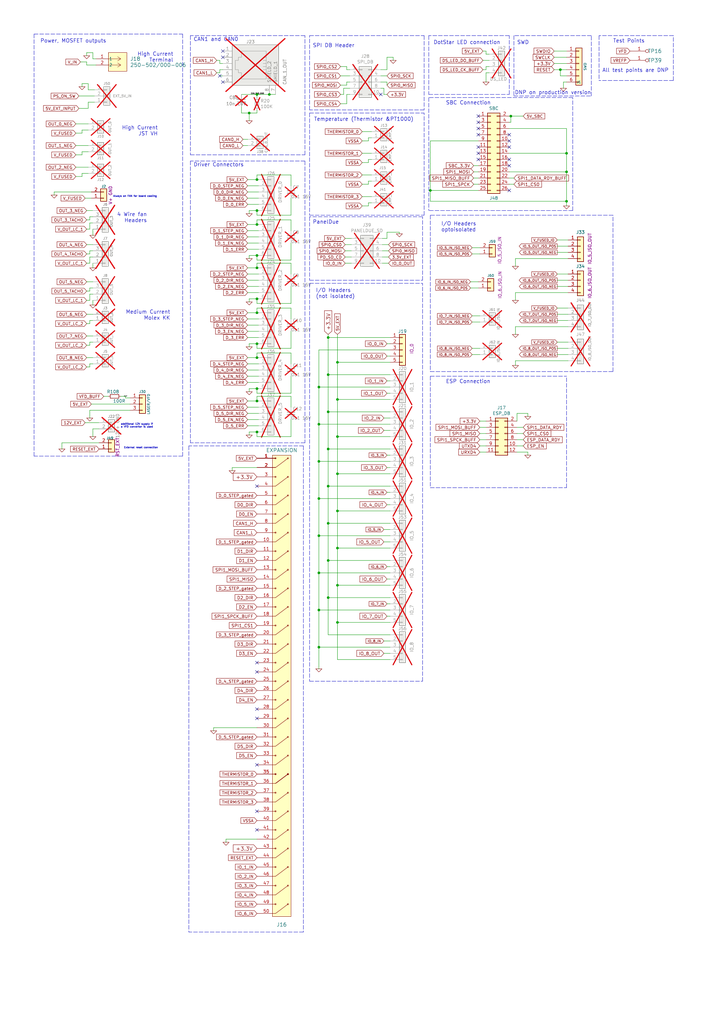
<source format=kicad_sch>
(kicad_sch (version 20250114) (generator "eeschema") (generator_version "9.0")
  (paper "A3" portrait)
  (title_block (title "Duet 3 Main Board 3DP") (date "2023-02-22") (rev "1.5") (company "3DPotter") (comment 1 "(c) 3DPotter"))
  (text "I/O Headers\n(not isolated)" (at 129.54 122.555 0) (effects (font (size 1.524 1.524)) (justify left bottom)))
  (text "Always on FAN for board cooling" (at 46.355 81.026 0) (effects (font (size 0.7112 0.7112)) (justify left bottom)))
  (text "External reset connection" (at 50.8 184.15 0) (effects (font (size 0.7112 0.7112)) (justify left bottom)))
  (text "I/O Headers\noptoisolated" (at 180.975 95.25 0) (effects (font (size 1.524 1.524)) (justify left bottom)))
  (text "Power, MOSFET outputs" (at 16.51 17.78 0) (effects (font (size 1.524 1.524)) (justify left bottom)))
  (text "High Current\nJST VH" (at 64.77 55.88 0) (effects (font (size 1.524 1.524)) (justify right bottom)))
  (text "additional 12V supply if\na VFD convertor is used" (at 49.53 175.641 0) (effects (font (size 0.7112 0.7112)) (justify left bottom)))
  (text "SWD" (at 212.09 18.415 0) (effects (font (size 1.524 1.524)) (justify left bottom)))
  (text "SBC Connection" (at 182.88 43.18 0) (effects (font (size 1.524 1.524)) (justify left bottom)))
  (text "All test points are DNP" (at 274.32 29.845 0) (effects (font (size 1.524 1.524)) (justify right bottom)))
  (text "DNP on production version" (at 226.822 38.1 0) (effects (font (size 1.524 1.524))))
  (text "ESP Connection" (at 182.88 157.48 0) (effects (font (size 1.524 1.524)) (justify left bottom)))
  (text "High Current\nTerminal\n" (at 71.12 25.654 0) (effects (font (size 1.524 1.524)) (justify right bottom)))
  (text "SPI DB Header" (at 128.27 19.685 0) (effects (font (size 1.524 1.524)) (justify left bottom)))
  (text "DotStar LED connection" (at 177.8 18.415 0) (effects (font (size 1.524 1.524)) (justify left bottom)))
  (text "4 Wire fan\nHeaders" (at 60.325 91.44 0) (effects (font (size 1.524 1.524)) (justify right bottom)))
  (text "Temperature (Thermistor &PT1000)" (at 128.778 49.911 0) (effects (font (size 1.524 1.524)) (justify left bottom)))
  (text "CAN1 and CAN0" (at 79.375 17.145 0) (effects (font (size 1.524 1.524)) (justify left bottom)))
  (text "PanelDue" (at 128.27 92.075 0) (effects (font (size 1.524 1.524)) (justify left bottom)))
  (text "Medium Current\nMolex KK" (at 69.85 131.445 0) (effects (font (size 1.524 1.524)) (justify right bottom)))
  (text "Test Points" (at 251.46 17.78 0) (effects (font (size 1.524 1.524)) (justify left bottom)))
  (text "Driver Connectors" (at 79.375 68.58 0) (effects (font (size 1.524 1.524)) (justify left bottom)))
  (junction (at 138.43 255.27))
  (junction (at 130.81 158.75))
  (junction (at 209.55 47.625))
  (junction (at 105.41 128.27))
  (junction (at 130.81 234.95))
  (junction (at 134.62 153.67))
  (junction (at 232.41 70.485))
  (junction (at 105.41 104.775))
  (junction (at 138.43 163.83))
  (junction (at 105.41 164.465))
  (junction (at 102.235 46.355))
  (junction (at 130.81 189.23))
  (junction (at 105.41 73.66))
  (junction (at 105.41 92.075))
  (junction (at 134.62 184.15))
  (junction (at 130.81 204.47))
  (junction (at 130.81 265.43))
  (junction (at 138.43 209.55))
  (junction (at 229.87 28.575))
  (junction (at 138.43 179.07))
  (junction (at 110.49 38.735))
  (junction (at 105.41 146.685))
  (junction (at 134.62 199.39))
  (junction (at 105.41 177.165))
  (junction (at 130.81 173.99))
  (junction (at 105.41 38.735))
  (junction (at 130.81 250.19))
  (junction (at 105.41 140.97))
  (junction (at 232.41 82.55))
  (junction (at 232.41 62.865))
  (junction (at 105.41 159.385))
  (junction (at 176.53 78.105))
  (junction (at 105.41 86.36))
  (junction (at 134.62 229.87))
  (junction (at 138.43 194.31))
  (junction (at 105.41 122.555))
  (junction (at 134.62 214.63))
  (junction (at 130.81 219.71))
  (junction (at 138.43 224.79))
  (junction (at 134.62 245.11))
  (junction (at 105.41 109.855))
  (junction (at 138.43 148.59))
  (junction (at 134.62 138.43))
  (junction (at 134.62 168.91))
  (junction (at 138.43 240.03))
  (no_connect (at 196.215 65.405))
  (no_connect (at 105.41 290.83))
  (no_connect (at 196.215 60.325))
  (no_connect (at 105.41 199.39))
  (no_connect (at 105.41 340.36))
  (no_connect (at 105.41 294.64))
  (no_connect (at 105.41 271.78))
  (no_connect (at 156.21 38.735))
  (no_connect (at 105.41 275.59))
  (no_connect (at 105.41 332.74))
  (no_connect (at 196.215 47.625))
  (no_connect (at 105.41 313.69))
  (no_connect (at 208.915 67.945))
  (no_connect (at 90.17 31.115))
  (no_connect (at 91.44 33.655))
  (no_connect (at 196.215 62.865))
  (no_connect (at 196.215 52.705))
  (no_connect (at 196.215 55.245))
  (no_connect (at 196.215 50.165))
  (no_connect (at 91.44 23.495))
  (no_connect (at 208.915 60.325))
  (no_connect (at 208.915 78.105))
  (no_connect (at 208.915 55.245))
  (no_connect (at 91.44 20.955))
  (no_connect (at 208.915 57.785))
  (no_connect (at 208.915 65.405))
  (wire (pts (xy 36.195 41.91) (xy 38.735 41.91)))
  (wire (pts (xy 110.49 38.735) (xy 113.03 38.735)))
  (wire (pts (xy 143.51 31.115) (xy 139.7 31.115)))
  (wire (pts (xy 36.195 34.29) (xy 36.195 36.83)))
  (wire (pts (xy 151.13 74.295) (xy 152.4 74.295)))
  (wire (pts (xy 90.17 26.035) (xy 91.44 26.035)))
  (wire (pts (xy 134.62 153.67) (xy 134.62 168.91)))
  (wire (pts (xy 193.675 145.415) (xy 196.85 145.415)))
  (wire (pts (xy 119.38 117.475) (xy 119.38 124.46)))
  (wire (pts (xy 119.38 124.46) (xy 105.41 124.46)))
  (wire (pts (xy 36.83 90.17) (xy 35.56 90.17)))
  (wire (pts (xy 119.38 106.68) (xy 105.41 106.68)))
  (wire (pts (xy 138.43 179.07) (xy 160.02 179.07)))
  (wire (pts (xy 53.34 165.735) (xy 37.465 165.735)))
  (polyline (pts (xy 74.93 13.97) (xy 74.93 187.071)) (stroke (width 0) (type dash)))
  (wire (pts (xy 142.24 28.575) (xy 143.51 28.575)))
  (wire (pts (xy 102.235 177.165) (xy 105.41 177.165)))
  (wire (pts (xy 196.85 180.34) (xy 199.39 180.34)))
  (wire (pts (xy 228.6 114.935) (xy 233.045 114.935)))
  (wire (pts (xy 38.1 102.87) (xy 36.83 102.87)))
  (wire (pts (xy 216.535 185.42) (xy 212.09 185.42)))
  (polyline (pts (xy 251.46 152.4) (xy 251.46 88.265)) (stroke (width 0) (type dash)))
  (wire (pts (xy 134.62 229.87) (xy 134.62 214.63)))
  (wire (pts (xy 228.6 117.475) (xy 233.045 117.475)))
  (wire (pts (xy 101.6 73.66) (xy 105.41 73.66)))
  (wire (pts (xy 130.81 143.51) (xy 160.02 143.51)))
  (wire (pts (xy 92.71 345.44) (xy 92.71 344.17)))
  (wire (pts (xy 143.51 33.655) (xy 142.24 33.655)))
  (wire (pts (xy 214.63 47.625) (xy 209.55 47.625)))
  (wire (pts (xy 194.31 67.945) (xy 196.215 67.945)))
  (wire (pts (xy 36.83 120.65) (xy 38.1 120.65)))
  (wire (pts (xy 158.75 95.25) (xy 158.75 97.79)))
  (polyline (pts (xy 125.095 63.5) (xy 125.095 14.605)) (stroke (width 0) (type dash)))
  (polyline (pts (xy 176.53 154.305) (xy 232.41 154.305)) (stroke (width 0) (type dash)))
  (wire (pts (xy 193.675 101.6) (xy 196.85 101.6)))
  (wire (pts (xy 157.48 222.25) (xy 160.02 222.25)))
  (wire (pts (xy 157.48 262.89) (xy 160.02 262.89)))
  (wire (pts (xy 138.43 163.83) (xy 138.43 179.07)))
  (wire (pts (xy 134.62 168.91) (xy 160.02 168.91)))
  (wire (pts (xy 194.31 73.025) (xy 196.215 73.025)))
  (wire (pts (xy 196.85 177.8) (xy 199.39 177.8)))
  (wire (pts (xy 106.045 135.89) (xy 101.6 135.89)))
  (wire (pts (xy 148.59 57.785) (xy 151.13 57.785)))
  (wire (pts (xy 33.655 71.12) (xy 33.655 72.39)))
  (wire (pts (xy 233.045 106.045) (xy 211.455 106.045)))
  (polyline (pts (xy 74.93 187.071) (xy 13.97 187.071)) (stroke (width 0) (type dash)))
  (wire (pts (xy 233.045 140.335) (xy 228.6 140.335)))
  (polyline (pts (xy 127 46.355) (xy 127 88.265)) (stroke (width 0) (type dash)))
  (polyline (pts (xy 77.47 182.88) (xy 77.47 382.27)) (stroke (width 0) (type dash)))
  (wire (pts (xy 157.48 38.735) (xy 157.48 36.195)))
  (polyline (pts (xy 127 114.935) (xy 173.355 114.935)) (stroke (width 0) (type dash)))
  (polyline (pts (xy 78.105 63.5) (xy 125.095 63.5)) (stroke (width 0) (type dash)))
  (wire (pts (xy 36.83 119.38) (xy 35.56 119.38)))
  (wire (pts (xy 138.43 255.27) (xy 138.43 270.51)))
  (wire (pts (xy 38.1 131.445) (xy 36.83 131.445)))
  (wire (pts (xy 138.43 209.55) (xy 138.43 224.79)))
  (wire (pts (xy 33.655 63.5) (xy 31.115 63.5)))
  (wire (pts (xy 101.6 92.075) (xy 105.41 92.075)))
  (wire (pts (xy 119.38 144.78) (xy 105.41 144.78)))
  (wire (pts (xy 130.81 158.75) (xy 130.81 173.99)))
  (wire (pts (xy 148.59 75.565) (xy 151.13 75.565)))
  (wire (pts (xy 53.34 168.275) (xy 36.83 168.275)))
  (wire (pts (xy 148.59 84.455) (xy 151.13 84.455)))
  (wire (pts (xy 160.02 232.41) (xy 158.75 232.41)))
  (wire (pts (xy 102.235 87.63) (xy 102.235 86.36)))
  (polyline (pts (xy 173.99 88.265) (xy 173.99 46.355)) (stroke (width 0) (type dash)))
  (wire (pts (xy 130.81 219.71) (xy 130.81 234.95)))
  (wire (pts (xy 148.59 71.755) (xy 152.4 71.755)))
  (wire (pts (xy 36.83 123.19) (xy 36.83 120.65)))
  (wire (pts (xy 105.41 73.66) (xy 106.045 73.66)))
  (wire (pts (xy 38.1 115.57) (xy 35.56 115.57)))
  (wire (pts (xy 134.62 137.16) (xy 134.62 138.43)))
  (wire (pts (xy 106.045 156.845) (xy 101.6 156.845)))
  (wire (pts (xy 51.435 163.195) (xy 51.435 162.56)))
  (polyline (pts (xy 127 88.265) (xy 173.99 88.265)) (stroke (width 0) (type dash)))
  (wire (pts (xy 176.53 78.105) (xy 196.215 78.105)))
  (wire (pts (xy 105.41 142.875) (xy 105.41 140.97)))
  (wire (pts (xy 227.33 23.495) (xy 232.41 23.495)))
  (wire (pts (xy 36.83 104.14) (xy 35.56 104.14)))
  (wire (pts (xy 36.195 71.12) (xy 33.655 71.12)))
  (wire (pts (xy 105.41 88.265) (xy 105.41 86.36)))
  (wire (pts (xy 228.6 131.445) (xy 233.045 131.445)))
  (wire (pts (xy 141.605 102.87) (xy 144.145 102.87)))
  (wire (pts (xy 138.43 194.31) (xy 138.43 209.55)))
  (wire (pts (xy 36.83 88.9) (xy 36.83 90.17)))
  (wire (pts (xy 208.915 70.485) (xy 232.41 70.485)))
  (wire (pts (xy 134.62 184.15) (xy 160.02 184.15)))
  (wire (pts (xy 105.41 140.97) (xy 106.045 140.97)))
  (wire (pts (xy 105.41 124.46) (xy 105.41 122.555)))
  (wire (pts (xy 227.33 28.575) (xy 229.87 28.575)))
  (wire (pts (xy 36.83 149.225) (xy 38.1 149.225)))
  (wire (pts (xy 38.1 93.98) (xy 38.1 96.52)))
  (wire (pts (xy 193.04 115.57) (xy 196.215 115.57)))
  (wire (pts (xy 105.41 45.085) (xy 105.41 46.355)))
  (wire (pts (xy 119.38 130.81) (xy 119.38 126.365)))
  (wire (pts (xy 196.85 185.42) (xy 199.39 185.42)))
  (wire (pts (xy 36.83 102.87) (xy 36.83 104.14)))
  (wire (pts (xy 212.09 182.88) (xy 214.63 182.88)))
  (wire (pts (xy 231.14 33.655) (xy 232.41 33.655)))
  (wire (pts (xy 130.81 219.71) (xy 160.02 219.71)))
  (wire (pts (xy 36.195 62.23) (xy 33.655 62.23)))
  (polyline (pts (xy 127 116.205) (xy 173.355 116.205)) (stroke (width 0) (type dash)))
  (wire (pts (xy 119.38 71.755) (xy 105.41 71.755)))
  (polyline (pts (xy 125.095 181.61) (xy 78.105 181.61)) (stroke (width 0) (type dash)))
  (wire (pts (xy 38.1 24.13) (xy 39.37 24.13)))
  (wire (pts (xy 106.045 78.74) (xy 101.6 78.74)))
  (wire (pts (xy 142.24 28.575) (xy 142.24 27.305)))
  (wire (pts (xy 32.385 44.45) (xy 36.195 44.45)))
  (wire (pts (xy 130.81 189.23) (xy 160.02 189.23)))
  (wire (pts (xy 106.045 81.28) (xy 101.6 81.28)))
  (polyline (pts (xy 175.895 14.605) (xy 175.895 38.735)) (stroke (width 0) (type dash)))
  (wire (pts (xy 119.38 88.265) (xy 105.41 88.265)))
  (wire (pts (xy 90.17 29.845) (xy 90.17 28.575)))
  (wire (pts (xy 119.38 112.395) (xy 119.38 107.95)))
  (wire (pts (xy 51.435 162.56) (xy 49.53 162.56)))
  (wire (pts (xy 106.045 120.015) (xy 101.6 120.015)))
  (wire (pts (xy 233.045 147.955) (xy 211.455 147.955)))
  (wire (pts (xy 160.02 146.05) (xy 158.75 146.05)))
  (wire (pts (xy 211.455 149.86) (xy 211.455 147.955)))
  (wire (pts (xy 106.045 102.235) (xy 101.6 102.235)))
  (wire (pts (xy 160.02 199.39) (xy 134.62 199.39)))
  (wire (pts (xy 199.39 22.225) (xy 200.66 22.225)))
  (wire (pts (xy 38.1 146.685) (xy 35.56 146.685)))
  (wire (pts (xy 156.845 100.33) (xy 159.385 100.33)))
  (wire (pts (xy 163.83 95.885) (xy 163.83 95.25)))
  (wire (pts (xy 160.02 245.11) (xy 134.62 245.11)))
  (wire (pts (xy 157.48 176.53) (xy 160.02 176.53)))
  (wire (pts (xy 233.045 98.425) (xy 228.6 98.425)))
  (wire (pts (xy 36.83 140.335) (xy 36.83 141.605)))
  (wire (pts (xy 232.41 62.865) (xy 232.41 52.705)))
  (polyline (pts (xy 127 14.605) (xy 173.99 14.605)) (stroke (width 0) (type dash)))
  (polyline (pts (xy 173.355 88.9) (xy 127 88.9)) (stroke (width 0) (type dash)))
  (wire (pts (xy 199.39 33.655) (xy 199.39 29.845)))
  (wire (pts (xy 130.81 265.43) (xy 160.02 265.43)))
  (polyline (pts (xy 127 116.205) (xy 127 279.4)) (stroke (width 0) (type dash)))
  (polyline (pts (xy 78.105 14.605) (xy 78.105 63.5)) (stroke (width 0) (type dash)))
  (wire (pts (xy 138.43 137.16) (xy 138.43 148.59)))
  (wire (pts (xy 148.59 53.975) (xy 152.4 53.975)))
  (wire (pts (xy 212.09 175.26) (xy 214.63 175.26)))
  (wire (pts (xy 198.12 28.575) (xy 199.39 28.575)))
  (wire (pts (xy 102.235 86.36) (xy 105.41 86.36)))
  (wire (pts (xy 119.38 154.305) (xy 119.38 161.29)))
  (polyline (pts (xy 210.82 14.605) (xy 210.82 39.37)) (stroke (width 0) (type dash)))
  (wire (pts (xy 105.41 107.95) (xy 105.41 109.855)))
  (wire (pts (xy 101.6 59.69) (xy 99.695 59.69)))
  (wire (pts (xy 209.55 47.625) (xy 208.915 47.625)))
  (wire (pts (xy 36.83 91.44) (xy 36.83 93.98)))
  (wire (pts (xy 40.64 181.61) (xy 25.4 181.61)))
  (wire (pts (xy 130.81 265.43) (xy 130.81 274.32)))
  (polyline (pts (xy 127 88.9) (xy 127 114.935)) (stroke (width 0) (type dash)))
  (wire (pts (xy 227.33 20.955) (xy 232.41 20.955)))
  (wire (pts (xy 90.17 28.575) (xy 91.44 28.575)))
  (wire (pts (xy 53.34 163.195) (xy 51.435 163.195)))
  (wire (pts (xy 105.41 122.555) (xy 106.045 122.555)))
  (wire (pts (xy 138.43 224.79) (xy 138.43 240.03)))
  (wire (pts (xy 176.53 82.55) (xy 176.53 78.105)))
  (wire (pts (xy 156.845 107.95) (xy 159.385 107.95)))
  (wire (pts (xy 199.39 27.305) (xy 200.66 27.305)))
  (wire (pts (xy 232.41 52.705) (xy 208.915 52.705)))
  (wire (pts (xy 193.675 142.875) (xy 196.85 142.875)))
  (wire (pts (xy 31.115 68.58) (xy 36.195 68.58)))
  (wire (pts (xy 101.6 167.005) (xy 106.045 167.005)))
  (wire (pts (xy 138.43 148.59) (xy 160.02 148.59)))
  (wire (pts (xy 38.1 175.895) (xy 38.1 179.07)))
  (wire (pts (xy 102.235 104.775) (xy 105.41 104.775)))
  (wire (pts (xy 232.41 70.485) (xy 232.41 82.55)))
  (wire (pts (xy 228.6 103.505) (xy 233.045 103.505)))
  (wire (pts (xy 105.41 177.165) (xy 106.045 177.165)))
  (wire (pts (xy 140.97 36.195) (xy 140.97 38.735)))
  (wire (pts (xy 90.17 31.115) (xy 91.44 31.115)))
  (polyline (pts (xy 232.41 200.025) (xy 232.41 154.305)) (stroke (width 0) (type dash)))
  (wire (pts (xy 92.71 344.17) (xy 105.41 344.17)))
  (polyline (pts (xy 175.895 40.005) (xy 175.895 86.36)) (stroke (width 0) (type dash)))
  (wire (pts (xy 102.235 122.555) (xy 105.41 122.555)))
  (wire (pts (xy 106.045 174.625) (xy 101.6 174.625)))
  (wire (pts (xy 199.39 29.845) (xy 200.66 29.845)))
  (polyline (pts (xy 125.095 66.04) (xy 78.105 66.04)) (stroke (width 0) (type dash)))
  (wire (pts (xy 38.1 109.855) (xy 38.1 107.95)))
  (wire (pts (xy 25.4 184.15) (xy 25.4 181.61)))
  (wire (pts (xy 157.48 36.195) (xy 156.21 36.195)))
  (wire (pts (xy 119.38 126.365) (xy 105.41 126.365)))
  (wire (pts (xy 212.09 180.34) (xy 214.63 180.34)))
  (wire (pts (xy 208.915 62.865) (xy 232.41 62.865)))
  (polyline (pts (xy 208.915 14.605) (xy 175.895 14.605)) (stroke (width 0) (type dash)))
  (wire (pts (xy 105.41 128.27) (xy 106.045 128.27)))
  (wire (pts (xy 36.195 34.29) (xy 33.655 34.29)))
  (wire (pts (xy 199.39 28.575) (xy 199.39 27.305)))
  (wire (pts (xy 212.09 169.545) (xy 212.09 172.72)))
  (wire (pts (xy 142.24 42.545) (xy 142.24 38.735)))
  (wire (pts (xy 142.24 34.925) (xy 139.7 34.925)))
  (wire (pts (xy 36.83 107.95) (xy 36.83 105.41)))
  (wire (pts (xy 35.56 107.95) (xy 36.83 107.95)))
  (wire (pts (xy 156.845 105.41) (xy 159.385 105.41)))
  (wire (pts (xy 101.6 130.81) (xy 106.045 130.81)))
  (wire (pts (xy 160.02 191.77) (xy 158.75 191.77)))
  (wire (pts (xy 160.02 156.21) (xy 158.75 156.21)))
  (wire (pts (xy 228.6 100.965) (xy 233.045 100.965)))
  (wire (pts (xy 160.02 237.49) (xy 158.75 237.49)))
  (wire (pts (xy 102.235 160.655) (xy 102.235 159.385)))
  (wire (pts (xy 95.25 193.04) (xy 95.25 191.77)))
  (wire (pts (xy 99.695 57.15) (xy 101.6 57.15)))
  (wire (pts (xy 101.6 146.685) (xy 105.41 146.685)))
  (polyline (pts (xy 173.99 45.085) (xy 127 45.085)) (stroke (width 0) (type dash)))
  (wire (pts (xy 99.06 38.735) (xy 105.41 38.735)))
  (wire (pts (xy 139.7 42.545) (xy 142.24 42.545)))
  (wire (pts (xy 106.045 154.305) (xy 101.6 154.305)))
  (wire (pts (xy 227.33 26.035) (xy 232.41 26.035)))
  (wire (pts (xy 101.6 109.855) (xy 105.41 109.855)))
  (polyline (pts (xy 245.745 14.605) (xy 245.745 33.02)) (stroke (width 0) (type dash)))
  (wire (pts (xy 232.41 70.485) (xy 232.41 62.865)))
  (wire (pts (xy 157.48 267.97) (xy 160.02 267.97)))
  (wire (pts (xy 151.13 84.455) (xy 151.13 83.185)))
  (polyline (pts (xy 127 279.4) (xy 173.355 279.4)) (stroke (width 0) (type dash)))
  (wire (pts (xy 119.38 94.615) (xy 119.38 90.17)))
  (wire (pts (xy 196.215 57.785) (xy 176.53 57.785)))
  (wire (pts (xy 106.045 117.475) (xy 101.6 117.475)))
  (wire (pts (xy 158.75 161.29) (xy 160.02 161.29)))
  (wire (pts (xy 160.02 204.47) (xy 130.81 204.47)))
  (wire (pts (xy 160.02 158.75) (xy 130.81 158.75)))
  (polyline (pts (xy 210.82 39.37) (xy 242.57 39.37)) (stroke (width 0) (type dash)))
  (wire (pts (xy 233.045 112.395) (xy 228.6 112.395)))
  (wire (pts (xy 141.605 105.41) (xy 144.145 105.41)))
  (wire (pts (xy 36.83 168.275) (xy 36.83 171.45)))
  (polyline (pts (xy 276.225 33.02) (xy 276.225 14.605)) (stroke (width 0) (type dash)))
  (wire (pts (xy 151.13 56.515) (xy 152.4 56.515)))
  (wire (pts (xy 36.83 118.11) (xy 36.83 119.38)))
  (wire (pts (xy 138.43 240.03) (xy 138.43 255.27)))
  (wire (pts (xy 90.17 24.765) (xy 90.17 26.035)))
  (polyline (pts (xy 173.99 14.605) (xy 173.99 45.085)) (stroke (width 0) (type dash)))
  (wire (pts (xy 44.45 162.56) (xy 42.545 162.56)))
  (polyline (pts (xy 124.46 182.88) (xy 77.47 182.88)) (stroke (width 0) (type dash)))
  (wire (pts (xy 101.6 94.615) (xy 106.045 94.615)))
  (wire (pts (xy 36.83 105.41) (xy 38.1 105.41)))
  (polyline (pts (xy 13.97 187.071) (xy 13.97 13.97)) (stroke (width 0) (type dash)))
  (wire (pts (xy 232.41 82.55) (xy 176.53 82.55)))
  (wire (pts (xy 142.24 33.655) (xy 142.24 34.925)))
  (wire (pts (xy 130.81 189.23) (xy 130.81 204.47)))
  (wire (pts (xy 101.6 128.27) (xy 105.41 128.27)))
  (wire (pts (xy 151.13 75.565) (xy 151.13 74.295)))
  (wire (pts (xy 33.655 72.39) (xy 31.115 72.39)))
  (wire (pts (xy 158.75 33.655) (xy 156.21 33.655)))
  (wire (pts (xy 143.51 36.195) (xy 140.97 36.195)))
  (polyline (pts (xy 276.225 14.605) (xy 245.745 14.605)) (stroke (width 0) (type dash)))
  (wire (pts (xy 138.43 148.59) (xy 138.43 163.83)))
  (wire (pts (xy 134.62 184.15) (xy 134.62 168.91)))
  (wire (pts (xy 105.41 38.735) (xy 110.49 38.735)))
  (wire (pts (xy 38.1 91.44) (xy 36.83 91.44)))
  (polyline (pts (xy 234.95 40.005) (xy 175.895 40.005)) (stroke (width 0) (type dash)))
  (wire (pts (xy 198.12 24.765) (xy 200.66 24.765)))
  (wire (pts (xy 101.6 149.225) (xy 106.045 149.225)))
  (wire (pts (xy 102.235 159.385) (xy 105.41 159.385)))
  (wire (pts (xy 105.41 179.07) (xy 105.41 177.165)))
  (wire (pts (xy 106.045 83.82) (xy 101.6 83.82)))
  (wire (pts (xy 158.75 38.735) (xy 157.48 38.735)))
  (wire (pts (xy 231.14 36.195) (xy 231.14 33.655)))
  (polyline (pts (xy 242.57 14.605) (xy 210.82 14.605)) (stroke (width 0) (type dash)))
  (wire (pts (xy 99.06 43.815) (xy 99.06 46.355)))
  (wire (pts (xy 119.38 81.28) (xy 119.38 88.265)))
  (wire (pts (xy 31.115 50.8) (xy 36.195 50.8)))
  (wire (pts (xy 119.38 149.225) (xy 119.38 144.78)))
  (wire (pts (xy 194.31 70.485) (xy 196.215 70.485)))
  (wire (pts (xy 193.675 129.54) (xy 196.85 129.54)))
  (wire (pts (xy 119.38 107.95) (xy 105.41 107.95)))
  (wire (pts (xy 40.64 175.895) (xy 38.1 175.895)))
  (wire (pts (xy 193.675 104.14) (xy 196.85 104.14)))
  (polyline (pts (xy 176.53 200.025) (xy 232.41 200.025)) (stroke (width 0) (type dash)))
  (wire (pts (xy 106.045 172.085) (xy 101.6 172.085)))
  (wire (pts (xy 33.655 62.23) (xy 33.655 63.5)))
  (wire (pts (xy 33.655 53.34) (xy 33.655 54.61)))
  (wire (pts (xy 157.48 217.17) (xy 160.02 217.17)))
  (wire (pts (xy 105.41 146.685) (xy 106.045 146.685)))
  (polyline (pts (xy 176.53 88.265) (xy 176.53 152.4)) (stroke (width 0) (type dash)))
  (wire (pts (xy 106.045 114.935) (xy 101.6 114.935)))
  (wire (pts (xy 211.455 123.19) (xy 211.455 120.015)))
  (wire (pts (xy 138.43 224.79) (xy 160.02 224.79)))
  (wire (pts (xy 216.535 170.815) (xy 216.535 169.545)))
  (polyline (pts (xy 234.95 86.36) (xy 175.895 86.36)) (stroke (width 0) (type dash)))
  (wire (pts (xy 101.6 76.2) (xy 106.045 76.2)))
  (polyline (pts (xy 78.105 66.04) (xy 78.105 181.61)) (stroke (width 0) (type dash)))
  (wire (pts (xy 160.02 186.69) (xy 158.75 186.69)))
  (wire (pts (xy 160.02 247.65) (xy 158.75 247.65)))
  (wire (pts (xy 102.235 178.435) (xy 102.235 177.165)))
  (wire (pts (xy 141.605 97.79) (xy 144.145 97.79)))
  (polyline (pts (xy 125.095 14.605) (xy 78.105 14.605)) (stroke (width 0) (type dash)))
  (wire (pts (xy 119.38 161.29) (xy 105.41 161.29)))
  (wire (pts (xy 151.13 66.675) (xy 151.13 65.405)))
  (wire (pts (xy 119.38 135.89) (xy 119.38 142.875)))
  (wire (pts (xy 105.41 71.755) (xy 105.41 73.66)))
  (wire (pts (xy 160.02 163.83) (xy 138.43 163.83)))
  (wire (pts (xy 211.455 137.16) (xy 211.455 133.985)))
  (wire (pts (xy 130.81 204.47) (xy 130.81 219.71)))
  (wire (pts (xy 158.75 252.73) (xy 160.02 252.73)))
  (wire (pts (xy 163.83 95.25) (xy 158.75 95.25)))
  (wire (pts (xy 160.02 255.27) (xy 138.43 255.27)))
  (wire (pts (xy 102.235 140.97) (xy 105.41 140.97)))
  (wire (pts (xy 160.02 140.97) (xy 158.75 140.97)))
  (wire (pts (xy 35.56 86.36) (xy 38.1 86.36)))
  (wire (pts (xy 148.59 62.865) (xy 152.4 62.865)))
  (wire (pts (xy 105.41 162.56) (xy 105.41 164.465)))
  (wire (pts (xy 35.56 21.59) (xy 38.1 21.59)))
  (wire (pts (xy 151.13 57.785) (xy 151.13 56.515)))
  (wire (pts (xy 208.915 73.025) (xy 210.82 73.025)))
  (wire (pts (xy 38.1 88.9) (xy 36.83 88.9)))
  (wire (pts (xy 33.655 35.56) (xy 33.655 34.29)))
  (wire (pts (xy 157.48 171.45) (xy 160.02 171.45)))
  (wire (pts (xy 140.97 38.735) (xy 139.7 38.735)))
  (polyline (pts (xy 125.095 66.04) (xy 125.095 181.61)) (stroke (width 0) (type dash)))
  (wire (pts (xy 134.62 245.11) (xy 134.62 229.87)))
  (wire (pts (xy 229.87 28.575) (xy 229.87 31.115)))
  (wire (pts (xy 95.25 191.77) (xy 105.41 191.77)))
  (wire (pts (xy 216.535 186.69) (xy 216.535 185.42)))
  (polyline (pts (xy 208.915 38.735) (xy 208.915 14.605)) (stroke (width 0) (type dash)))
  (wire (pts (xy 148.59 66.675) (xy 151.13 66.675)))
  (polyline (pts (xy 234.95 86.36) (xy 234.95 40.005)) (stroke (width 0) (type dash)))
  (wire (pts (xy 105.41 90.17) (xy 105.41 92.075)))
  (wire (pts (xy 106.045 99.695) (xy 101.6 99.695)))
  (wire (pts (xy 141.605 107.95) (xy 144.145 107.95)))
  (wire (pts (xy 233.045 120.015) (xy 211.455 120.015)))
  (wire (pts (xy 106.045 138.43) (xy 101.6 138.43)))
  (wire (pts (xy 138.43 270.51) (xy 160.02 270.51)))
  (wire (pts (xy 105.41 144.78) (xy 105.41 146.685)))
  (wire (pts (xy 134.62 138.43) (xy 134.62 153.67)))
  (wire (pts (xy 35.56 26.67) (xy 35.56 25.4)))
  (wire (pts (xy 34.925 173.355) (xy 40.64 173.355)))
  (wire (pts (xy 87.63 299.72) (xy 87.63 298.45)))
  (wire (pts (xy 209.55 47.625) (xy 209.55 50.165)))
  (wire (pts (xy 101.6 112.395) (xy 106.045 112.395)))
  (polyline (pts (xy 175.895 38.735) (xy 208.915 38.735)) (stroke (width 0) (type dash)))
  (wire (pts (xy 32.385 39.37) (xy 38.735 39.37)))
  (wire (pts (xy 38.1 137.795) (xy 35.56 137.795)))
  (polyline (pts (xy 124.46 182.88) (xy 124.46 382.27)) (stroke (width 0) (type dash)))
  (wire (pts (xy 36.195 36.83) (xy 38.735 36.83)))
  (wire (pts (xy 196.85 182.88) (xy 199.39 182.88)))
  (wire (pts (xy 232.41 84.455) (xy 232.41 82.55)))
  (wire (pts (xy 160.02 201.93) (xy 158.75 201.93)))
  (wire (pts (xy 38.1 21.59) (xy 38.1 24.13)))
  (wire (pts (xy 105.41 126.365) (xy 105.41 128.27)))
  (wire (pts (xy 194.31 75.565) (xy 196.215 75.565)))
  (wire (pts (xy 130.81 250.19) (xy 130.81 265.43)))
  (wire (pts (xy 160.02 250.19) (xy 130.81 250.19)))
  (wire (pts (xy 134.62 138.43) (xy 160.02 138.43)))
  (wire (pts (xy 142.24 27.305) (xy 139.7 27.305)))
  (wire (pts (xy 210.82 75.565) (xy 208.915 75.565)))
  (wire (pts (xy 158.75 31.115) (xy 156.21 31.115)))
  (wire (pts (xy 105.41 92.075) (xy 106.045 92.075)))
  (wire (pts (xy 38.1 125.095) (xy 38.1 123.19)))
  (polyline (pts (xy 176.53 154.305) (xy 176.53 200.025)) (stroke (width 0) (type dash)))
  (polyline (pts (xy 276.225 33.02) (xy 245.745 33.02)) (stroke (width 0) (type dash)))
  (wire (pts (xy 38.1 118.11) (xy 36.83 118.11)))
  (wire (pts (xy 105.41 109.855) (xy 106.045 109.855)))
  (wire (pts (xy 130.81 173.99) (xy 160.02 173.99)))
  (wire (pts (xy 35.56 22.86) (xy 35.56 21.59)))
  (wire (pts (xy 134.62 199.39) (xy 134.62 184.15)))
  (wire (pts (xy 119.38 179.07) (xy 105.41 179.07)))
  (wire (pts (xy 102.235 49.53) (xy 102.235 46.355)))
  (polyline (pts (xy 127 46.355) (xy 173.99 46.355)) (stroke (width 0) (type dash)))
  (wire (pts (xy 36.83 93.98) (xy 35.56 93.98)))
  (wire (pts (xy 102.235 46.355) (xy 105.41 46.355)))
  (wire (pts (xy 106.045 133.35) (xy 101.6 133.35)))
  (wire (pts (xy 37.465 81.28) (xy 34.925 81.28)))
  (wire (pts (xy 102.235 106.045) (xy 102.235 104.775)))
  (wire (pts (xy 105.41 106.68) (xy 105.41 104.775)))
  (polyline (pts (xy 251.46 88.265) (xy 176.53 88.265)) (stroke (width 0) (type dash)))
  (wire (pts (xy 211.455 109.22) (xy 211.455 106.045)))
  (wire (pts (xy 130.81 234.95) (xy 130.81 250.19)))
  (wire (pts (xy 141.605 100.33) (xy 144.145 100.33)))
  (wire (pts (xy 160.02 153.67) (xy 134.62 153.67)))
  (wire (pts (xy 105.41 161.29) (xy 105.41 159.385)))
  (wire (pts (xy 229.87 31.115) (xy 232.41 31.115)))
  (wire (pts (xy 199.39 20.955) (xy 199.39 22.225)))
  (wire (pts (xy 101.6 164.465) (xy 105.41 164.465)))
  (polyline (pts (xy 173.355 279.4) (xy 173.355 116.205)) (stroke (width 0) (type dash)))
  (wire (pts (xy 130.81 234.95) (xy 160.02 234.95)))
  (wire (pts (xy 176.53 57.785) (xy 176.53 78.105)))
  (wire (pts (xy 22.225 78.74) (xy 22.225 80.01)))
  (wire (pts (xy 161.29 24.765) (xy 161.29 23.495)))
  (wire (pts (xy 142.24 38.735) (xy 143.51 38.735)))
  (wire (pts (xy 134.62 214.63) (xy 134.62 199.39)))
  (wire (pts (xy 158.75 23.495) (xy 158.75 28.575)))
  (wire (pts (xy 38.1 100.33) (xy 35.56 100.33)))
  (wire (pts (xy 212.09 177.8) (xy 214.63 177.8)))
  (wire (pts (xy 138.43 179.07) (xy 138.43 194.31)))
  (polyline (pts (xy 173.355 114.935) (xy 173.355 88.9)) (stroke (width 0) (type dash)))
  (wire (pts (xy 233.045 133.985) (xy 211.455 133.985)))
  (wire (pts (xy 105.41 86.36) (xy 106.045 86.36)))
  (wire (pts (xy 119.38 167.005) (xy 119.38 162.56)))
  (wire (pts (xy 138.43 194.31) (xy 160.02 194.31)))
  (wire (pts (xy 36.83 132.715) (xy 35.56 132.715)))
  (wire (pts (xy 36.83 149.225) (xy 36.83 150.495)))
  (wire (pts (xy 119.38 172.085) (xy 119.38 179.07)))
  (wire (pts (xy 134.62 260.35) (xy 134.62 245.11)))
  (wire (pts (xy 229.87 28.575) (xy 232.41 28.575)))
  (wire (pts (xy 36.195 44.45) (xy 36.195 41.91)))
  (wire (pts (xy 36.83 141.605) (xy 35.56 141.605)))
  (wire (pts (xy 37.465 78.74) (xy 22.225 78.74)))
  (wire (pts (xy 228.6 142.875) (xy 233.045 142.875)))
  (wire (pts (xy 106.045 169.545) (xy 101.6 169.545)))
  (wire (pts (xy 158.75 207.01) (xy 160.02 207.01)))
  (wire (pts (xy 119.38 99.695) (xy 119.38 106.68)))
  (wire (pts (xy 216.535 169.545) (xy 212.09 169.545)))
  (wire (pts (xy 151.13 83.185) (xy 152.4 83.185)))
  (polyline (pts (xy 13.97 13.97) (xy 74.93 13.97)) (stroke (width 0) (type dash)))
  (wire (pts (xy 106.045 97.155) (xy 101.6 97.155)))
  (wire (pts (xy 102.235 123.825) (xy 102.235 122.555)))
  (polyline (pts (xy 124.46 382.27) (xy 77.47 382.27)) (stroke (width 0) (type dash)))
  (wire (pts (xy 151.13 65.405) (xy 152.4 65.405)))
  (wire (pts (xy 158.75 97.79) (xy 156.845 97.79)))
  (wire (pts (xy 138.43 240.03) (xy 160.02 240.03)))
  (wire (pts (xy 228.6 128.905) (xy 233.045 128.905)))
  (wire (pts (xy 36.83 131.445) (xy 36.83 132.715)))
  (wire (pts (xy 35.56 123.19) (xy 36.83 123.19)))
  (wire (pts (xy 228.6 145.415) (xy 233.045 145.415)))
  (wire (pts (xy 35.56 128.905) (xy 38.1 128.905)))
  (polyline (pts (xy 176.53 152.4) (xy 251.46 152.4)) (stroke (width 0) (type dash)))
  (wire (pts (xy 160.02 209.55) (xy 138.43 209.55)))
  (wire (pts (xy 134.62 214.63) (xy 160.02 214.63)))
  (wire (pts (xy 158.75 34.925) (xy 158.75 33.655)))
  (wire (pts (xy 158.75 28.575) (xy 156.21 28.575)))
  (wire (pts (xy 130.81 143.51) (xy 130.81 158.75)))
  (wire (pts (xy 119.38 76.2) (xy 119.38 71.755)))
  (wire (pts (xy 106.045 151.765) (xy 101.6 151.765)))
  (wire (pts (xy 233.045 126.365) (xy 228.6 126.365)))
  (wire (pts (xy 105.41 164.465) (xy 106.045 164.465)))
  (wire (pts (xy 198.12 20.955) (xy 199.39 20.955)))
  (wire (pts (xy 119.38 162.56) (xy 105.41 162.56)))
  (wire (pts (xy 105.41 159.385) (xy 106.045 159.385)))
  (wire (pts (xy 130.81 173.99) (xy 130.81 189.23)))
  (wire (pts (xy 102.235 142.24) (xy 102.235 140.97)))
  (wire (pts (xy 87.63 298.45) (xy 105.41 298.45)))
  (wire (pts (xy 119.38 142.875) (xy 105.41 142.875)))
  (wire (pts (xy 38.1 140.335) (xy 36.83 140.335)))
  (wire (pts (xy 193.675 132.08) (xy 196.85 132.08)))
  (wire (pts (xy 88.9 24.765) (xy 90.17 24.765)))
  (wire (pts (xy 134.62 260.35) (xy 160.02 260.35)))
  (wire (pts (xy 134.62 229.87) (xy 160.02 229.87)))
  (wire (pts (xy 99.06 46.355) (xy 102.235 46.355)))
  (wire (pts (xy 105.41 104.775) (xy 106.045 104.775)))
  (wire (pts (xy 33.655 54.61) (xy 31.115 54.61)))
  (wire (pts (xy 119.38 90.17) (xy 105.41 90.17)))
  (wire (pts (xy 193.04 118.11) (xy 196.215 118.11)))
  (wire (pts (xy 31.115 59.69) (xy 36.195 59.69)))
  (wire (pts (xy 161.29 23.495) (xy 158.75 23.495)))
  (wire (pts (xy 105.41 40.005) (xy 105.41 38.735)))
  (wire (pts (xy 36.83 150.495) (xy 35.56 150.495)))
  (wire (pts (xy 88.9 29.845) (xy 90.17 29.845)))
  (polyline (pts (xy 127 45.085) (xy 127 14.605)) (stroke (width 0) (type dash)))
  (wire (pts (xy 35.56 26.67) (xy 39.37 26.67)))
  (wire (pts (xy 36.195 53.34) (xy 33.655 53.34)))
  (wire (pts (xy 35.56 25.4) (xy 33.02 25.4)))
  (wire (pts (xy 156.845 102.87) (xy 159.385 102.87)))
  (wire (pts (xy 148.59 80.645) (xy 152.4 80.645)))
  (wire (pts (xy 196.85 172.72) (xy 199.39 172.72)))
  (wire (pts (xy 196.85 175.26) (xy 199.39 175.26)))
  (wire (pts (xy 209.55 50.165) (xy 208.915 50.165)))
  (polyline (pts (xy 242.57 39.37) (xy 242.57 14.605)) (stroke (width 0) (type dash)))
  (label "vfd_conn" (at 50.8 162.56 0) (effects (font (size 0.2032 0.2032))))
  (label "CAN_SHD_GND" (at 102.87 38.735 0) (effects (font (size 0.508 0.508))))
  (global_label "IO_7_IN_ISO_NEG" (shape input) (at 193.675 129.54 180) (effects (font (size 0.9906 0.9906))) (property "Intersheetrefs" "${INTERSHEET_REFS}" (effects (hide yes))))
  (global_label "DS_LED_DO_BUFF" (shape input) (at 198.12 24.765 180) (effects (font (size 1.1938 1.1938))) (property "Intersheetrefs" "${INTERSHEET_REFS}" (effects (hide yes))))
  (global_label "+3.3V" (shape input) (at 158.75 38.735 0) (effects (font (size 1.1938 1.1938))) (property "Intersheetrefs" "${INTERSHEET_REFS}" (effects (hide yes))))
  (global_label "IO_0_IN" (shape input) (at 158.75 140.97 180) (effects (font (size 1.1938 1.1938))) (property "Intersheetrefs" "${INTERSHEET_REFS}" (effects (hide yes))))
  (global_label "IO_5_IN_ISO_NEG" (shape input) (at 193.675 101.6 180) (effects (font (size 0.9906 0.9906))) (property "Intersheetrefs" "${INTERSHEET_REFS}" (effects (hide yes))))
  (global_label "D_0_STEP_gated" (shape input) (at 105.41 203.2 180) (effects (font (size 1.1938 1.1938))) (property "Intersheetrefs" "${INTERSHEET_REFS}" (effects (hide yes))))
  (global_label "IO_5_OUT_ISO_NEG" (shape output) (at 228.6 103.505 180) (effects (font (size 0.9906 0.9906))) (property "Intersheetrefs" "${INTERSHEET_REFS}" (effects (hide yes))))
  (global_label "V_FUSED_IO" (shape input) (at 228.6 112.395 180) (effects (font (size 0.9906 0.9906))) (property "Intersheetrefs" "${INTERSHEET_REFS}" (effects (hide yes))))
  (global_label "V_FUSED_IO" (shape input) (at 228.6 140.335 180) (effects (font (size 0.9906 0.9906))) (property "Intersheetrefs" "${INTERSHEET_REFS}" (effects (hide yes))))
  (global_label "OUT_6_NEG" (shape input) (at 35.56 128.905 180) (effects (font (size 1.1938 1.1938))) (property "Intersheetrefs" "${INTERSHEET_REFS}" (effects (hide yes))))
  (global_label "OUT_0_NEG" (shape input) (at 31.115 50.8 180) (effects (font (size 1.1938 1.1938))) (property "Intersheetrefs" "${INTERSHEET_REFS}" (effects (hide yes))))
  (global_label "D5_EN" (shape input) (at 105.41 309.88 180) (property "Intersheetrefs" "${INTERSHEET_REFS}" (effects (hide yes))))
  (global_label "VSSA" (shape input) (at 105.41 336.55 180) (effects (font (size 1.1938 1.1938))) (property "Intersheetrefs" "${INTERSHEET_REFS}" (effects (hide yes))))
  (global_label "ESP_DATA_RDY" (shape input) (at 214.63 180.34 0) (property "Intersheetrefs" "${INTERSHEET_REFS}" (effects (hide yes))))
  (global_label "OUT_4_NEG" (shape input) (at 35.56 100.33 180) (effects (font (size 1.1938 1.1938))) (property "Intersheetrefs" "${INTERSHEET_REFS}" (effects (hide yes))))
  (global_label "URXD4" (shape input) (at 196.85 185.42 180) (property "Intersheetrefs" "${INTERSHEET_REFS}" (effects (hide yes))))
  (global_label "V_OUT_LC_1" (shape input) (at 35.56 107.95 180) (effects (font (size 1.1938 1.1938))) (property "Intersheetrefs" "${INTERSHEET_REFS}" (effects (hide yes))))
  (global_label "D3_DIR" (shape input) (at 105.41 264.16 180) (property "Intersheetrefs" "${INTERSHEET_REFS}" (effects (hide yes))))
  (global_label "D_1_EN_NEG" (shape input) (at 101.6 99.695 180) (effects (font (size 1.1938 1.1938))) (property "Intersheetrefs" "${INTERSHEET_REFS}" (effects (hide yes))))
  (global_label "V_FUSED_IO" (shape input) (at 228.6 98.425 180) (effects (font (size 0.9906 0.9906))) (property "Intersheetrefs" "${INTERSHEET_REFS}" (effects (hide yes))))
  (global_label "D4_DIR" (shape input) (at 105.41 283.21 180) (property "Intersheetrefs" "${INTERSHEET_REFS}" (effects (hide yes))))
  (global_label "SPI0_MISO" (shape input) (at 159.385 102.87 0) (effects (font (size 1.1938 1.1938))) (property "Intersheetrefs" "${INTERSHEET_REFS}" (effects (hide yes))))
  (global_label "CAN1_L" (shape input) (at 105.41 218.44 180) (property "Intersheetrefs" "${INTERSHEET_REFS}" (effects (hide yes))))
  (global_label "D_4_STEP_NEG" (shape input) (at 101.6 149.225 180) (effects (font (size 1.1938 1.1938))) (property "Intersheetrefs" "${INTERSHEET_REFS}" (effects (hide yes))))
  (global_label "IO_6_IN_ISO_POS" (shape input) (at 193.04 118.11 180) (effects (font (size 0.9906 0.9906))) (property "Intersheetrefs" "${INTERSHEET_REFS}" (effects (hide yes))))
  (global_label "IO_8_IN" (shape input) (at 157.48 262.89 180) (effects (font (size 0.9906 0.9906))) (property "Intersheetrefs" "${INTERSHEET_REFS}" (effects (hide yes))))
  (global_label "SPI0_CS0" (shape input) (at 141.605 100.33 180) (effects (font (size 1.1938 1.1938))) (property "Intersheetrefs" "${INTERSHEET_REFS}" (effects (hide yes))))
  (global_label "VSSA" (shape input) (at 148.59 84.455 180) (effects (font (size 1.1938 1.1938))) (property "Intersheetrefs" "${INTERSHEET_REFS}" (effects (hide yes))))
  (global_label "SPI1_MISO" (shape input) (at 196.85 177.8 180) (property "Intersheetrefs" "${INTERSHEET_REFS}" (effects (hide yes))))
  (global_label "IO_1_OUT" (shape input) (at 158.75 161.29 180) (effects (font (size 1.1938 1.1938))) (property "Intersheetrefs" "${INTERSHEET_REFS}" (effects (hide yes))))
  (global_label "IO_5_OUT" (shape input) (at 157.48 222.25 180) (property "Intersheetrefs" "${INTERSHEET_REFS}" (effects (hide yes))))
  (global_label "D_2_EN_NEG" (shape input) (at 101.6 117.475 180) (effects (font (size 1.1938 1.1938))) (property "Intersheetrefs" "${INTERSHEET_REFS}" (effects (hide yes))))
  (global_label "SPI0_SCK" (shape input) (at 158.75 31.115 0) (effects (font (size 1.1938 1.1938))) (property "Intersheetrefs" "${INTERSHEET_REFS}" (effects (hide yes))))
  (global_label "PS_ON_SW" (shape input) (at 32.385 39.37 180) (effects (font (size 1.1938 1.1938))) (property "Intersheetrefs" "${INTERSHEET_REFS}" (effects (hide yes))))
  (global_label "+3.3V" (shape input) (at 134.62 137.16 90) (effects (font (size 1.524 1.524))) (property "Intersheetrefs" "${INTERSHEET_REFS}" (effects (hide yes))))
  (global_label "IO_0_IN" (shape input) (at 141.605 107.95 180) (effects (font (size 1.1938 1.1938))) (property "Intersheetrefs" "${INTERSHEET_REFS}" (effects (hide yes))))
  (global_label "OUT_7_NEG" (shape input) (at 35.56 137.795 180) (effects (font (size 1.1938 1.1938))) (property "Intersheetrefs" "${INTERSHEET_REFS}" (effects (hide yes))))
  (global_label "D4_EN" (shape input) (at 105.41 287.02 180) (property "Intersheetrefs" "${INTERSHEET_REFS}" (effects (hide yes))))
  (global_label "5V_EXT" (shape input) (at 101.6 164.465 180) (effects (font (size 1.1938 1.1938))) (property "Intersheetrefs" "${INTERSHEET_REFS}" (effects (hide yes))))
  (global_label "IO_6_IN_ISO_NEG" (shape input) (at 193.04 115.57 180) (effects (font (size 0.9906 0.9906))) (property "Intersheetrefs" "${INTERSHEET_REFS}" (effects (hide yes))))
  (global_label "5V_EXT_INPUT" (shape input) (at 32.385 44.45 180) (effects (font (size 1.1938 1.1938))) (property "Intersheetrefs" "${INTERSHEET_REFS}" (effects (hide yes))))
  (global_label "SPI0_CS3" (shape input) (at 139.7 38.735 180) (effects (font (size 1.1938 1.1938))) (property "Intersheetrefs" "${INTERSHEET_REFS}" (effects (hide yes))))
  (global_label "D_2_STEP_gated" (shape input) (at 105.41 241.3 180) (effects (font (size 1.1938 1.1938))) (property "Intersheetrefs" "${INTERSHEET_REFS}" (effects (hide yes))))
  (global_label "V_OUT_LC_1" (shape input) (at 35.56 123.19 180) (effects (font (size 1.1938 1.1938))) (property "Intersheetrefs" "${INTERSHEET_REFS}" (effects (hide yes))))
  (global_label "D_1_DIR_NEG" (shape input) (at 101.6 97.155 180) (effects (font (size 1.1938 1.1938))) (property "Intersheetrefs" "${INTERSHEET_REFS}" (effects (hide yes))))
  (global_label "D_3_STEP_gated" (shape input) (at 105.41 260.35 180) (effects (font (size 1.1938 1.1938))) (property "Intersheetrefs" "${INTERSHEET_REFS}" (effects (hide yes))))
  (global_label "SPI1_CS0" (shape input) (at 214.63 177.8 0) (property "Intersheetrefs" "${INTERSHEET_REFS}" (effects (hide yes))))
  (global_label "SPI1_SPCK" (shape input) (at 194.31 75.565 180) (property "Intersheetrefs" "${INTERSHEET_REFS}" (effects (hide yes))))
  (global_label "RESET_EXT" (shape input) (at 40.64 184.15 180) (effects (font (size 1.1938 1.1938))) (property "Intersheetrefs" "${INTERSHEET_REFS}" (effects (hide yes))))
  (global_label "D5_DIR" (shape input) (at 105.41 306.07 180) (property "Intersheetrefs" "${INTERSHEET_REFS}" (effects (hide yes))))
  (global_label "THERMISTOR_0" (shape input) (at 148.59 53.975 180) (effects (font (size 1.1938 1.1938))) (property "Intersheetrefs" "${INTERSHEET_REFS}" (effects (hide yes))))
  (global_label "D_4_EN_NEG" (shape input) (at 101.6 154.305 180) (effects (font (size 1.1938 1.1938))) (property "Intersheetrefs" "${INTERSHEET_REFS}" (effects (hide yes))))
  (global_label "OUT_3_NEG" (shape input) (at 35.56 86.36 180) (effects (font (size 1.1938 1.1938))) (property "Intersheetrefs" "${INTERSHEET_REFS}" (effects (hide yes))))
  (global_label "IO_8_IN_ISO_NEG" (shape input) (at 193.675 142.875 180) (effects (font (size 0.9906 0.9906))) (property "Intersheetrefs" "${INTERSHEET_REFS}" (effects (hide yes))))
  (global_label "D3_EN" (shape input) (at 105.41 267.97 180) (property "Intersheetrefs" "${INTERSHEET_REFS}" (effects (hide yes))))
  (global_label "D_2_ERR" (shape input) (at 101.6 120.015 180) (effects (font (size 1.1938 1.1938))) (property "Intersheetrefs" "${INTERSHEET_REFS}" (effects (hide yes))))
  (global_label "SPI1_MOSI_BUFF" (shape input) (at 196.85 175.26 180) (property "Intersheetrefs" "${INTERSHEET_REFS}" (effects (hide yes))))
  (global_label "IO_3_IN" (shape input) (at 105.41 363.22 180) (effects (font (size 1.1938 1.1938))) (property "Intersheetrefs" "${INTERSHEET_REFS}" (effects (hide yes))))
  (global_label "V_OUT_LC_2" (shape input) (at 35.56 150.495 180) (effects (font (size 1.1938 1.1938))) (property "Intersheetrefs" "${INTERSHEET_REFS}" (effects (hide yes))))
  (global_label "5V_EXT" (shape input) (at 101.6 128.27 180) (effects (font (size 1.1938 1.1938))) (property "Intersheetrefs" "${INTERSHEET_REFS}" (effects (hide yes))))
  (global_label "UTXD4" (shape input) (at 196.85 182.88 180) (property "Intersheetrefs" "${INTERSHEET_REFS}" (effects (hide yes))))
  (global_label "THERMISTOR_2" (shape input) (at 105.41 325.12 180) (effects (font (size 1.1938 1.1938))) (property "Intersheetrefs" "${INTERSHEET_REFS}" (effects (hide yes))))
  (global_label "D_4_DIR_NEG" (shape input) (at 101.6 151.765 180) (effects (font (size 1.1938 1.1938))) (property "Intersheetrefs" "${INTERSHEET_REFS}" (effects (hide yes))))
  (global_label "V_FUSED" (shape input) (at 34.925 81.28 180) (effects (font (size 1.1938 1.1938))) (property "Intersheetrefs" "${INTERSHEET_REFS}" (effects (hide yes))))
  (global_label "5V_EXT" (shape input) (at 105.41 187.96 180) (effects (font (size 1.1938 1.1938))) (property "Intersheetrefs" "${INTERSHEET_REFS}" (effects (hide yes))))
  (global_label "V_FUSED" (shape input) (at 31.115 63.5 180) (effects (font (size 1.1938 1.1938))) (property "Intersheetrefs" "${INTERSHEET_REFS}" (effects (hide yes))))
  (global_label "OUT_3_TACHO" (shape input) (at 35.56 90.17 180) (effects (font (size 1.1938 1.1938))) (property "Intersheetrefs" "${INTERSHEET_REFS}" (effects (hide yes))))
  (global_label "+3.3V" (shape input) (at 105.41 195.58 180) (effects (font (size 1.524 1.524))) (property "Intersheetrefs" "${INTERSHEET_REFS}" (effects (hide yes))))
  (global_label "CAN1_H" (shape input) (at 88.9 24.765 180) (property "Intersheetrefs" "${INTERSHEET_REFS}" (effects (hide yes))))
  (global_label "SPI1_MISO" (shape input) (at 105.41 237.49 180) (property "Intersheetrefs" "${INTERSHEET_REFS}" (effects (hide yes))))
  (global_label "D_0_ERR" (shape input) (at 101.6 83.82 180) (effects (font (size 1.1938 1.1938))) (property "Intersheetrefs" "${INTERSHEET_REFS}" (effects (hide yes))))
  (global_label "5V_SBC" (shape input) (at 214.63 47.625 0) (effects (font (size 1.1938 1.1938))) (property "Intersheetrefs" "${INTERSHEET_REFS}" (effects (hide yes))))
  (global_label "5V_EXT" (shape input) (at 141.605 97.79 180) (effects (font (size 1.1938 1.1938))) (property "Intersheetrefs" "${INTERSHEET_REFS}" (effects (hide yes))))
  (global_label "SPI1_CS0" (shape input) (at 210.82 75.565 0) (property "Intersheetrefs" "${INTERSHEET_REFS}" (effects (hide yes))))
  (global_label "IO_2_IN" (shape input) (at 157.48 171.45 180) (effects (font (size 1.1938 1.1938))) (property "Intersheetrefs" "${INTERSHEET_REFS}" (effects (hide yes))))
  (global_label "CAN0_L" (shape input) (at 99.695 59.69 180) (property "Intersheetrefs" "${INTERSHEET_REFS}" (effects (hide yes))))
  (global_label "THERMISTOR_1" (shape input) (at 148.59 62.865 180) (effects (font (size 1.1938 1.1938))) (property "Intersheetrefs" "${INTERSHEET_REFS}" (effects (hide yes))))
  (global_label "V_IN" (shape input) (at 33.02 25.4 180) (effects (font (size 1.1938 1.1938))) (property "Intersheetrefs" "${INTERSHEET_REFS}" (effects (hide yes))))
  (global_label "D_5_ERR" (shape input) (at 101.6 174.625 180) (effects (font (size 1.1938 1.1938))) (property "Intersheetrefs" "${INTERSHEET_REFS}" (effects (hide yes))))
  (global_label "IO_6_OUT_ISO_POS" (shape output) (at 228.6 114.935 180) (effects (font (size 0.9906 0.9906))) (property "Intersheetrefs" "${INTERSHEET_REFS}" (effects (hide yes))))
  (global_label "SWCLK" (shape input) (at 227.33 23.495 180) (property "Intersheetrefs" "${INTERSHEET_REFS}" (effects (hide yes))))
  (global_label "SPI1_SPCK_BUFF" (shape input) (at 196.85 180.34 180) (property "Intersheetrefs" "${INTERSHEET_REFS}" (effects (hide yes))))
  (global_label "+3.3V" (shape input) (at 196.85 172.72 180) (property "Intersheetrefs" "${INTERSHEET_REFS}" (effects (hide yes))))
  (global_label "V_FUSED" (shape input) (at 31.115 72.39 180) (effects (font (size 1.1938 1.1938))) (property "Intersheetrefs" "${INTERSHEET_REFS}" (effects (hide yes))))
  (global_label "VSSA" (shape input) (at 148.59 57.785 180) (effects (font (size 1.1938 1.1938))) (property "Intersheetrefs" "${INTERSHEET_REFS}" (effects (hide yes))))
  (global_label "DS_LED_CK_BUFF" (shape input) (at 198.12 28.575 180) (effects (font (size 1.1938 1.1938))) (property "Intersheetrefs" "${INTERSHEET_REFS}" (effects (hide yes))))
  (global_label "ESP_EN" (shape input) (at 214.63 182.88 0) (property "Intersheetrefs" "${INTERSHEET_REFS}" (effects (hide yes))))
  (global_label "IO_5_IN_ISO_POS" (shape input) (at 193.675 104.14 180) (effects (font (size 0.9906 0.9906))) (property "Intersheetrefs" "${INTERSHEET_REFS}" (effects (hide yes))))
  (global_label "D_4_ERR" (shape input) (at 101.6 156.845 180) (effects (font (size 1.1938 1.1938))) (property "Intersheetrefs" "${INTERSHEET_REFS}" (effects (hide yes))))
  (global_label "IO_3_IN" (shape input) (at 158.75 186.69 180) (effects (font (size 0.9906 0.9906))) (property "Intersheetrefs" "${INTERSHEET_REFS}" (effects (hide yes))))
  (global_label "D_3_EN_NEG" (shape input) (at 101.6 135.89 180) (effects (font (size 1.1938 1.1938))) (property "Intersheetrefs" "${INTERSHEET_REFS}" (effects (hide yes))))
  (global_label "IO_4_OUT" (shape input) (at 158.75 207.01 180) (property "Intersheetrefs" "${INTERSHEET_REFS}" (effects (hide yes))))
  (global_label "SPI0_MOSI" (shape input) (at 139.7 34.925 180) (effects (font (size 1.1938 1.1938))) (property "Intersheetrefs" "${INTERSHEET_REFS}" (effects (hide yes))))
  (global_label "VFD_BUFF" (shape input) (at 42.545 162.56 180) (effects (font (size 1.1938 1.1938))) (property "Intersheetrefs" "${INTERSHEET_REFS}" (effects (hide yes))))
  (global_label "V_OUT_LC_2" (shape input) (at 35.56 141.605 180) (effects (font (size 1.1938 1.1938))) (property "Intersheetrefs" "${INTERSHEET_REFS}" (effects (hide yes))))
  (global_label "IO_0_OUT" (shape input) (at 159.385 107.95 0) (effects (font (size 1.1938 1.1938))) (property "Intersheetrefs" "${INTERSHEET_REFS}" (effects (hide yes))))
  (global_label "+3.3V" (shape input) (at 227.33 26.035 180) (property "Intersheetrefs" "${INTERSHEET_REFS}" (effects (hide yes))))
  (global_label "IO_1_IN" (shape input) (at 158.75 156.21 180) (effects (font (size 1.1938 1.1938))) (property "Intersheetrefs" "${INTERSHEET_REFS}" (effects (hide yes))))
  (global_label "D_5_EN_NEG" (shape input) (at 101.6 172.085 180) (effects (font (size 1.1938 1.1938))) (property "Intersheetrefs" "${INTERSHEET_REFS}" (effects (hide yes))))
  (global_label "V_FUSED_IO" (shape input) (at 228.6 126.365 180) (effects (font (size 0.9906 0.9906))) (property "Intersheetrefs" "${INTERSHEET_REFS}" (effects (hide yes))))
  (global_label "VSSA" (shape input) (at 148.59 66.675 180) (effects (font (size 1.1938 1.1938))) (property "Intersheetrefs" "${INTERSHEET_REFS}" (effects (hide yes))))
  (global_label "D1_EN" (shape input) (at 105.41 229.87 180) (property "Intersheetrefs" "${INTERSHEET_REFS}" (effects (hide yes))))
  (global_label "PD_SD_CD" (shape input) (at 141.605 105.41 180) (effects (font (size 1.1938 1.1938))) (property "Intersheetrefs" "${INTERSHEET_REFS}" (effects (hide yes))))
  (global_label "SPI1_CS1" (shape input) (at 105.41 256.54 180) (property "Intersheetrefs" "${INTERSHEET_REFS}" (effects (hide yes))))
  (global_label "THERMISTOR_3" (shape input) (at 105.41 328.93 180) (effects (font (size 1.1938 1.1938))) (property "Intersheetrefs" "${INTERSHEET_REFS}" (effects (hide yes))))
  (global_label "D1_DIR" (shape input) (at 105.41 226.06 180) (property "Intersheetrefs" "${INTERSHEET_REFS}" (effects (hide yes))))
  (global_label "D_4_STEP_gated" (shape input) (at 105.41 279.4 180) (effects (font (size 1.1938 1.1938))) (property "Intersheetrefs" "${INTERSHEET_REFS}" (effects (hide yes))))
  (global_label "IO_6_IN" (shape input) (at 105.41 374.65 180) (effects (font (size 1.1938 1.1938))) (property "Intersheetrefs" "${INTERSHEET_REFS}" (effects (hide yes))))
  (global_label "SBC_3.3V" (shape input) (at 194.31 67.945 180) (property "Intersheetrefs" "${INTERSHEET_REFS}" (effects (hide yes))))
  (global_label "VSSA" (shape input) (at 148.59 75.565 180) (effects (font (size 1.1938 1.1938))) (property "Intersheetrefs" "${INTERSHEET_REFS}" (effects (hide yes))))
  (global_label "IO_5_IN" (shape input) (at 105.41 370.84 180) (effects (font (size 1.1938 1.1938))) (property "Intersheetrefs" "${INTERSHEET_REFS}" (effects (hide yes))))
  (global_label "SPI0_SCK" (shape input) (at 159.385 100.33 0) (effects (font (size 1.1938 1.1938))) (property "Intersheetrefs" "${INTERSHEET_REFS}" (effects (hide yes))))
  (global_label "D_0_DIR_NEG" (shape input) (at 101.6 78.74 180) (effects (font (size 1.1938 1.1938))) (property "Intersheetrefs" "${INTERSHEET_REFS}" (effects (hide yes))))
  (global_label "OUT_4_TACHO" (shape input) (at 35.56 104.14 180) (effects (font (size 1.1938 1.1938))) (property "Intersheetrefs" "${INTERSHEET_REFS}" (effects (hide yes))))
  (global_label "D_3_DIR_NEG" (shape input) (at 101.6 133.35 180) (effects (font (size 1.1938 1.1938))) (property "Intersheetrefs" "${INTERSHEET_REFS}" (effects (hide yes))))
  (global_label "D_1_STEP_NEG" (shape input) (at 101.6 94.615 180) (effects (font (size 1.1938 1.1938))) (property "Intersheetrefs" "${INTERSHEET_REFS}" (effects (hide yes))))
  (global_label "IO_3_OUT" (shape input) (at 158.75 191.77 180) (effects (font (size 1.1938 1.1938))) (property "Intersheetrefs" "${INTERSHEET_REFS}" (effects (hide yes))))
  (global_label "OUT_2_NEG" (shape input) (at 31.115 68.58 180) (effects (font (size 1.1938 1.1938))) (property "Intersheetrefs" "${INTERSHEET_REFS}" (effects (hide yes))))
  (global_label "5V_EXT" (shape input) (at 101.6 92.075 180) (effects (font (size 1.1938 1.1938))) (property "Intersheetrefs" "${INTERSHEET_REFS}" (effects (hide yes))))
  (global_label "IO_8_IN_ISO_POS" (shape input) (at 193.675 145.415 180) (effects (font (size 0.9906 0.9906))) (property "Intersheetrefs" "${INTERSHEET_REFS}" (effects (hide yes))))
  (global_label "SWDIO" (shape input) (at 227.33 20.955 180) (property "Intersheetrefs" "${INTERSHEET_REFS}" (effects (hide yes))))
  (global_label "IO_6_IN" (shape input) (at 158.75 232.41 180) (effects (font (size 0.9906 0.9906))) (property "Intersheetrefs" "${INTERSHEET_REFS}" (effects (hide yes))))
  (global_label "THERMISTOR_1" (shape input) (at 105.41 321.31 180) (effects (font (size 1.1938 1.1938))) (property "Intersheetrefs" "${INTERSHEET_REFS}" (effects (hide yes))))
  (global_label "VFD" (shape input) (at 258.445 20.955 180) (effects (font (size 1.1938 1.1938))) (property "Intersheetrefs" "${INTERSHEET_REFS}" (effects (hide yes))))
  (global_label "D_2_DIR_NEG" (shape input) (at 101.6 114.935 180) (effects (font (size 1.1938 1.1938))) (property "Intersheetrefs" "${INTERSHEET_REFS}" (effects (hide yes))))
  (global_label "CAN1_L" (shape input) (at 88.9 29.845 180) (property "Intersheetrefs" "${INTERSHEET_REFS}" (effects (hide yes))))
  (global_label "IO_1_IN" (shape input) (at 105.41 355.6 180) (effects (font (size 1.1938 1.1938))) (property "Intersheetrefs" "${INTERSHEET_REFS}" (effects (hide yes))))
  (global_label "D_0_STEP_NEG" (shape input) (at 101.6 76.2 180) (effects (font (size 1.1938 1.1938))) (property "Intersheetrefs" "${INTERSHEET_REFS}" (effects (hide yes))))
  (global_label "RESET" (shape input) (at 227.33 28.575 180) (property "Intersheetrefs" "${INTERSHEET_REFS}" (effects (hide yes))))
  (global_label "D_5_STEP_gated" (shape input) (at 105.41 302.26 180) (effects (font (size 1.1938 1.1938))) (property "Intersheetrefs" "${INTERSHEET_REFS}" (effects (hide yes))))
  (global_label "OUT_8_NEG" (shape input) (at 35.56 146.685 180) (effects (font (size 1.1938 1.1938))) (property "Intersheetrefs" "${INTERSHEET_REFS}" (effects (hide yes))))
  (global_label "IO_8_OUT_ISO_NEG" (shape output) (at 228.6 145.415 180) (effects (font (size 0.9906 0.9906))) (property "Intersheetrefs" "${INTERSHEET_REFS}" (effects (hide yes))))
  (global_label "IO_7_IN" (shape input) (at 158.75 247.65 180) (effects (font (size 0.9906 0.9906))) (property "Intersheetrefs" "${INTERSHEET_REFS}" (effects (hide yes))))
  (global_label "CAN0_H" (shape input) (at 99.695 57.15 180) (property "Intersheetrefs" "${INTERSHEET_REFS}" (effects (hide yes))))
  (global_label "SPI1_MOSI_BUFF" (shape input) (at 105.41 233.68 180) (property "Intersheetrefs" "${INTERSHEET_REFS}" (effects (hide yes))))
  (global_label "5V_EXT" (shape input) (at 198.12 20.955 180) (effects (font (size 1.1938 1.1938))) (property "Intersheetrefs" "${INTERSHEET_REFS}" (effects (hide yes))))
  (global_label "OUT_5_NEG" (shape input) (at 35.56 115.57 180) (effects (font (size 1.1938 1.1938))) (property "Intersheetrefs" "${INTERSHEET_REFS}" (effects (hide yes))))
  (global_label "V_OUT_LC_1" (shape input) (at 35.56 93.98 180) (effects (font (size 1.1938 1.1938))) (property "Intersheetrefs" "${INTERSHEET_REFS}" (effects (hide yes))))
  (global_label "D_3_STEP_NEG" (shape input) (at 101.6 130.81 180) (effects (font (size 1.1938 1.1938))) (property "Intersheetrefs" "${INTERSHEET_REFS}" (effects (hide yes))))
  (global_label "OUT_5_TACHO" (shape input) (at 35.56 119.38 180) (effects (font (size 1.1938 1.1938))) (property "Intersheetrefs" "${INTERSHEET_REFS}" (effects (hide yes))))
  (global_label "12V_EXT" (shape input) (at 34.925 173.355 180) (effects (font (size 1.1938 1.1938))) (property "Intersheetrefs" "${INTERSHEET_REFS}" (effects (hide yes))))
  (global_label "5V_EXT" (shape input) (at 37.465 165.735 180) (effects (font (size 1.1938 1.1938))) (property "Intersheetrefs" "${INTERSHEET_REFS}" (effects (hide yes))))
  (global_label "IO_5_OUT_ISO_POS" (shape output) (at 228.6 100.965 180) (effects (font (size 0.9906 0.9906))) (property "Intersheetrefs" "${INTERSHEET_REFS}" (effects (hide yes))))
  (global_label "D2_EN" (shape input) (at 105.41 248.92 180) (property "Intersheetrefs" "${INTERSHEET_REFS}" (effects (hide yes))))
  (global_label "SPI0_CS4" (shape input) (at 139.7 42.545 180) (effects (font (size 1.1938 1.1938))) (property "Intersheetrefs" "${INTERSHEET_REFS}" (effects (hide yes))))
  (global_label "IO_4_IN" (shape input) (at 105.41 367.03 180) (effects (font (size 1.1938 1.1938))) (property "Intersheetrefs" "${INTERSHEET_REFS}" (effects (hide yes))))
  (global_label "5V_EXT" (shape input) (at 138.43 137.16 90) (effects (font (size 1.1938 1.1938))) (property "Intersheetrefs" "${INTERSHEET_REFS}" (effects (hide yes))))
  (global_label "IO_4_IN" (shape input) (at 158.75 201.93 180) (effects (font (size 0.9906 0.9906))) (property "Intersheetrefs" "${INTERSHEET_REFS}" (effects (hide yes))))
  (global_label "SPI0_CS2" (shape input) (at 139.7 27.305 180) (effects (font (size 1.1938 1.1938))) (property "Intersheetrefs" "${INTERSHEET_REFS}" (effects (hide yes))))
  (global_label "VREFP" (shape input) (at 258.445 24.765 180) (effects (font (size 1.1938 1.1938))) (property "Intersheetrefs" "${INTERSHEET_REFS}" (effects (hide yes))))
  (global_label "D_5_STEP_NEG" (shape input) (at 101.6 167.005 180) (effects (font (size 1.1938 1.1938))) (property "Intersheetrefs" "${INTERSHEET_REFS}" (effects (hide yes))))
  (global_label "SPI0_CS1" (shape input) (at 139.7 31.115 180) (effects (font (size 1.1938 1.1938))) (property "Intersheetrefs" "${INTERSHEET_REFS}" (effects (hide yes))))
  (global_label "SPI1_SPCK_BUFF" (shape input) (at 105.41 252.73 180) (property "Intersheetrefs" "${INTERSHEET_REFS}" (effects (hide yes))))
  (global_label "5V_EXT" (shape input) (at 101.6 109.855 180) (effects (font (size 1.1938 1.1938))) (property "Intersheetrefs" "${INTERSHEET_REFS}" (effects (hide yes))))
  (global_label "IO_2_OUT" (shape input) (at 157.48 176.53 180) (effects (font (size 1.1938 1.1938))) (property "Intersheetrefs" "${INTERSHEET_REFS}" (effects (hide yes))))
  (global_label "D_3_ERR" (shape input) (at 101.6 138.43 180) (effects (font (size 1.1938 1.1938))) (property "Intersheetrefs" "${INTERSHEET_REFS}" (effects (hide yes))))
  (global_label "IO_6_OUT" (shape input) (at 158.75 237.49 180) (property "Intersheetrefs" "${INTERSHEET_REFS}" (effects (hide yes))))
  (global_label "IO_7_OUT" (shape input) (at 158.75 252.73 180) (property "Intersheetrefs" "${INTERSHEET_REFS}" (effects (hide yes))))
  (global_label "SPI1_DATA_RDY_BUFF" (shape input) (at 210.82 73.025 0) (property "Intersheetrefs" "${INTERSHEET_REFS}" (effects (hide yes))))
  (global_label "OUT_1_NEG" (shape input) (at 31.115 59.69 180) (effects (font (size 1.1938 1.1938))) (property "Intersheetrefs" "${INTERSHEET_REFS}" (effects (hide yes))))
  (global_label "V_OUT_LC_2" (shape input) (at 35.56 132.715 180) (effects (font (size 1.1938 1.1938))) (property "Intersheetrefs" "${INTERSHEET_REFS}" (effects (hide yes))))
  (global_label "SPI0_MISO" (shape input) (at 158.75 34.925 0) (effects (font (size 1.1938 1.1938))) (property "Intersheetrefs" "${INTERSHEET_REFS}" (effects (hide yes))))
  (global_label "D_0_EN_NEG" (shape input) (at 101.6 81.28 180) (effects (font (size 1.1938 1.1938))) (property "Intersheetrefs" "${INTERSHEET_REFS}" (effects (hide yes))))
  (global_label "D_5_DIR_NEG" (shape input) (at 101.6 169.545 180) (effects (font (size 1.1938 1.1938))) (property "Intersheetrefs" "${INTERSHEET_REFS}" (effects (hide yes))))
  (global_label "THERMISTOR_0" (shape input) (at 105.41 317.5 180) (effects (font (size 1.1938 1.1938))) (property "Intersheetrefs" "${INTERSHEET_REFS}" (effects (hide yes))))
  (global_label "IO_8_OUT_ISO_POS" (shape output) (at 228.6 142.875 180) (effects (font (size 0.9906 0.9906))) (property "Intersheetrefs" "${INTERSHEET_REFS}" (effects (hide yes))))
  (global_label "3.3V_EXT" (shape input) (at 159.385 105.41 0) (effects (font (size 1.1938 1.1938))) (property "Intersheetrefs" "${INTERSHEET_REFS}" (effects (hide yes))))
  (global_label "D_1_ERR" (shape input) (at 101.6 102.235 180) (effects (font (size 1.1938 1.1938))) (property "Intersheetrefs" "${INTERSHEET_REFS}" (effects (hide yes))))
  (global_label "V_FUSED" (shape input) (at 31.115 54.61 180) (effects (font (size 1.1938 1.1938))) (property "Intersheetrefs" "${INTERSHEET_REFS}" (effects (hide yes))))
  (global_label "D_1_STEP_gated" (shape input) (at 105.41 222.25 180) (effects (font (size 1.1938 1.1938))) (property "Intersheetrefs" "${INTERSHEET_REFS}" (effects (hide yes))))
  (global_label "THERMISTOR_2" (shape input) (at 148.59 71.755 180) (effects (font (size 1.1938 1.1938))) (property "Intersheetrefs" "${INTERSHEET_REFS}" (effects (hide yes))))
  (global_label "IO_5_IN" (shape input) (at 157.48 217.17 180) (effects (font (size 0.9906 0.9906))) (property "Intersheetrefs" "${INTERSHEET_REFS}" (effects (hide yes))))
  (global_label "THERMISTOR_3" (shape input) (at 148.59 80.645 180) (effects (font (size 1.1938 1.1938))) (property "Intersheetrefs" "${INTERSHEET_REFS}" (effects (hide yes))))
  (global_label "SPI1_MOSI" (shape input) (at 194.31 70.485 180) (property "Intersheetrefs" "${INTERSHEET_REFS}" (effects (hide yes))))
  (global_label "D_2_STEP_NEG" (shape input) (at 101.6 112.395 180) (effects (font (size 1.1938 1.1938))) (property "Intersheetrefs" "${INTERSHEET_REFS}" (effects (hide yes))))
  (global_label "IO_7_OUT_ISO_NEG" (shape output) (at 228.6 131.445 180) (effects (font (size 0.9906 0.9906))) (property "Intersheetrefs" "${INTERSHEET_REFS}" (effects (hide yes))))
  (global_label "D2_DIR" (shape input) (at 105.41 245.11 180) (property "Intersheetrefs" "${INTERSHEET_REFS}" (effects (hide yes))))
  (global_label "RESET_EXT" (shape input) (at 105.41 351.79 180) (effects (font (size 1.1938 1.1938))) (property "Intersheetrefs" "${INTERSHEET_REFS}" (effects (hide yes))))
  (global_label "5V_EXT" (shape input) (at 101.6 73.66 180) (effects (font (size 1.1938 1.1938))) (property "Intersheetrefs" "${INTERSHEET_REFS}" (effects (hide yes))))
  (global_label "IO_6_OUT_ISO_NEG" (shape output) (at 228.6 117.475 180) (effects (font (size 0.9906 0.9906))) (property "Intersheetrefs" "${INTERSHEET_REFS}" (effects (hide yes))))
  (global_label "SPI1_MISO_BUFF" (shape input) (at 194.31 73.025 180) (property "Intersheetrefs" "${INTERSHEET_REFS}" (effects (hide yes))))
  (global_label "IO_0_OUT" (shape input) (at 158.75 146.05 180) (effects (font (size 1.1938 1.1938))) (property "Intersheetrefs" "${INTERSHEET_REFS}" (effects (hide yes))))
  (global_label "+3.3V" (shape input) (at 105.41 347.98 180) (effects (font (size 1.524 1.524))) (property "Intersheetrefs" "${INTERSHEET_REFS}" (effects (hide yes))))
  (global_label "SPI0_MOSI" (shape input) (at 141.605 102.87 180) (effects (font (size 1.1938 1.1938))) (property "Intersheetrefs" "${INTERSHEET_REFS}" (effects (hide yes))))
  (global_label "5V_EXT" (shape input) (at 101.6 146.685 180) (effects (font (size 1.1938 1.1938))) (property "Intersheetrefs" "${INTERSHEET_REFS}" (effects (hide yes))))
  (global_label "IO_8_OUT" (shape input) (at 157.48 267.97 180) (property "Intersheetrefs" "${INTERSHEET_REFS}" (effects (hide yes))))
  (global_label "IO_2_IN" (shape input) (at 105.41 359.41 180) (effects (font (size 1.1938 1.1938))) (property "Intersheetrefs" "${INTERSHEET_REFS}" (effects (hide yes))))
  (global_label "IO_7_IN_ISO_POS" (shape input) (at 193.675 132.08 180) (effects (font (size 0.9906 0.9906))) (property "Intersheetrefs" "${INTERSHEET_REFS}" (effects (hide yes))))
  (global_label "CAN1_H" (shape input) (at 105.41 214.63 180) (property "Intersheetrefs" "${INTERSHEET_REFS}" (effects (hide yes))))
  (global_label "D0_EN" (shape input) (at 105.41 210.82 180) (property "Intersheetrefs" "${INTERSHEET_REFS}" (effects (hide yes))))
  (global_label "IO_7_OUT_ISO_POS" (shape output) (at 228.6 128.905 180) (effects (font (size 0.9906 0.9906))) (property "Intersheetrefs" "${INTERSHEET_REFS}" (effects (hide yes))))
  (global_label "D0_DIR" (shape input) (at 105.41 207.01 180) (property "Intersheetrefs" "${INTERSHEET_REFS}" (effects (hide yes))))
  (global_label "SPI1_DATA_RDY" (shape input) (at 214.63 175.26 0) (property "Intersheetrefs" "${INTERSHEET_REFS}" (effects (hide yes))))
  (symbol (lib_id "Connector_Generic:Conn_01x02") (at 157.48 56.515 0) (mirror x) (unit 1) (in_bom no) (on_board no) (dnp yes)
    (property "Reference" "J13" (at 157.48 51.435 0) (effects (font (size 1.016 1.016))))
    (property "Value" "TEMP_0" (at 160.02 55.245 90) (effects (font (size 1.016 1.016))))
    (property "Footprint" "Connector_Molex:Wurth_61900211121-1x02_P2.54mm_Vertical-(Molex_KK-254_AE-6410-02Acompatible)" (effects (hide yes)))
    (property "Part Number" "61900211121" (effects (hide yes)))
  )
  (symbol (lib_id "Connector_Generic:Conn_01x02") (at 42.545 81.28 0) (mirror x) (unit 1)
    (property "Reference" "J2" (at 42.545 76.454 0) (effects (font (size 1.016 1.016))))
    (property "Value" "A2543WV-2P" (effects (hide yes)))
    (property "Footprint" "Connector_Molex:Molex_KK-254_AE-6410-02A_1x02_P2.54mm_Vertical" (effects (hide yes)))
    (property "Description" "V+ GND" (at 45.339 80.01 90))
    (property "Part Number" "A2543WV-2P" (effects (hide yes)))
    (property "LCSC" "C239362" (effects (hide yes)))
    (property "RotOffset" "180" (effects (hide yes)))
  )
  (symbol (lib_name "GND_9") (lib_id "Duet3:GND") (at 22.225 80.01 0) (unit 1)
    (property "Reference" "#PWR028" (effects (hide yes)))
    (property "Value" "GND" (effects (hide yes)))
  )
  (symbol (lib_id "Connector_Generic:Conn_01x02") (at 157.48 65.405 0) (mirror x) (unit 1) (in_bom no) (on_board no) (dnp yes)
    (property "Reference" "J14" (at 157.48 60.325 0) (effects (font (size 1.016 1.016))))
    (property "Value" "TEMP_1" (at 160.02 64.135 90) (effects (font (size 1.016 1.016))))
    (property "Footprint" "Connector_Molex:Wurth_61900211121-1x02_P2.54mm_Vertical-(Molex_KK-254_AE-6410-02Acompatible)" (effects (hide yes)))
    (property "Part Number" "61900211121" (effects (hide yes)))
  )
  (symbol (lib_id "Duet3:RJ12-Connector_Specialized") (at 102.87 26.035 270) (unit 1) (in_bom no) (on_board no) (dnp yes)
    (property "Reference" "J23" (at 100.965 17.145 90) (effects (justify left)))
    (property "Value" "CAN_1_OUT" (at 116.84 24.13 0) (effects (justify left)))
    (property "Footprint" "complib:RJ11_6P6C_half_shield" (effects (hide yes)))
    (property "Part Number" "Wurth 615 006 143 421 or equivalent" (effects (hide yes)))
  )
  (symbol (lib_name "GND_11") (lib_id "Duet3:GND") (at 102.235 49.53 0) (unit 1)
    (property "Reference" "#PWR033" (effects (hide yes)))
    (property "Value" "GND" (effects (hide yes)))
  )
  (symbol (lib_id "Connector_Generic:Conn_01x02") (at 43.18 131.445 0) (mirror x) (unit 1) (in_bom no) (on_board no) (dnp yes)
    (property "Reference" "J3" (at 43.18 126.365 0) (effects (font (size 1.016 1.016))))
    (property "Value" "OUT_6" (at 45.72 130.175 90) (effects (font (size 1.016 1.016))))
    (property "Footprint" "Connector_Molex:Wurth_61900211121-1x02_P2.54mm_Vertical-(Molex_KK-254_AE-6410-02Acompatible)" (effects (hide yes)))
    (property "Part Number" "61900211121" (effects (hide yes)))
  )
  (symbol (lib_id "Connector_Generic:Conn_01x02") (at 43.18 140.335 0) (mirror x) (unit 1) (in_bom no) (on_board no) (dnp yes)
    (property "Reference" "J4" (at 43.18 135.255 0) (effects (font (size 1.016 1.016))))
    (property "Value" "OUT_7" (at 45.72 139.065 90) (effects (font (size 1.016 1.016))))
    (property "Footprint" "Connector_Molex:Wurth_61900211121-1x02_P2.54mm_Vertical-(Molex_KK-254_AE-6410-02Acompatible)" (effects (hide yes)))
    (property "Part Number" "61900211121" (effects (hide yes)))
  )
  (symbol (lib_id "Device:C_Small") (at 99.06 41.275 0) (unit 1) (in_bom no) (on_board no) (dnp yes)
    (property "Reference" "C86" (at 93.98 40.005 0) (effects (justify left)))
    (property "Value" "10n 10V" (at 92.71 42.545 0) (effects (justify left)))
    (property "Footprint" "Capacitor_SMD:C_0402_1005Metric_Wbry" (effects (hide yes)))
    (property "Part Number" "04023C103KAT2A" (effects (hide yes)))
  )
  (symbol (lib_id "Device:R_Small") (at 105.41 42.545 0) (unit 1) (in_bom no) (on_board no) (dnp yes)
    (property "Reference" "R20" (at 106.8324 41.3766 0) (effects (justify left)))
    (property "Value" "100K" (at 106.8324 43.688 0) (effects (justify left)))
    (property "Footprint" "Resistor_SMD:R_0402_1005Metric_Wbry" (effects (hide yes)))
    (property "Part Number" "RMCF0402FT100K" (effects (hide yes)))
  )
  (symbol (lib_name "GND_5") (lib_id "Duet3:GND") (at 38.1 96.52 0) (unit 1)
    (property "Reference" "#PWR0104" (effects (hide yes)))
    (property "Value" "GND" (effects (hide yes)))
  )
  (symbol (lib_name "GND_6") (lib_id "Duet3:GND") (at 38.1 109.855 0) (unit 1)
    (property "Reference" "#PWR0105" (effects (hide yes)))
    (property "Value" "GND" (effects (hide yes)))
  )
  (symbol (lib_name "GND_4") (lib_id "Duet3:GND") (at 38.1 125.095 0) (unit 1)
    (property "Reference" "#PWR0106" (effects (hide yes)))
    (property "Value" "GND" (effects (hide yes)))
  )
  (symbol (lib_id "Connector_Generic:Conn_01x02") (at 43.18 149.225 0) (mirror x) (unit 1) (in_bom no) (on_board no) (dnp yes)
    (property "Reference" "J5" (at 43.18 144.145 0) (effects (font (size 1.016 1.016))))
    (property "Value" "OUT_8" (at 45.72 147.955 90) (effects (font (size 1.016 1.016))))
    (property "Footprint" "Connector_Molex:Wurth_61900211121-1x02_P2.54mm_Vertical-(Molex_KK-254_AE-6410-02Acompatible)" (effects (hide yes)))
    (property "Part Number" "61900211121" (effects (hide yes)))
  )
  (symbol (lib_id "Connector_Generic:Conn_01x06") (at 237.49 26.035 0) (unit 1)
    (property "Reference" "J1" (at 237.49 33.655 0) (effects (font (size 1.016 1.016))))
    (property "Value" "SWD" (at 240.03 27.305 90) (effects (font (size 1.016 1.016))))
    (property "Footprint" "3DPotter:JST_ZH_B6B-ZR_1x06_P1.50mm_Vertical" (effects (hide yes)))
    (property "Part Number" "ZH-6A" (effects (hide yes)))
    (property "LCSC" "C22362448" (effects (hide yes)))
  )
  (symbol (lib_name "GND_25") (lib_id "Duet3:GND") (at 231.14 36.195 0) (unit 1)
    (property "Reference" "#PWR030" (effects (hide yes)))
    (property "Value" "GND" (effects (hide yes)))
  )
  (symbol (lib_id "Connector_Generic:Conn_01x04") (at 43.18 91.44 0) (mirror x) (unit 1) (in_bom no) (on_board no) (dnp yes)
    (property "Reference" "J6" (at 43.18 83.82 0) (effects (font (size 1.016 1.016))))
    (property "Value" "OUT_3" (at 45.72 90.805 90) (effects (font (size 1.016 1.016))))
    (property "Footprint" "Connector_Molex:Wurth_61900411121-1x04_P2.54mm_Vertical(Molex_KK-254_AE-6410-04A_Compatible)" (effects (hide yes)))
    (property "Part Number" "61900411121" (effects (hide yes)))
  )
  (symbol (lib_id "Connector_Generic:Conn_01x04") (at 43.18 105.41 0) (mirror x) (unit 1) (in_bom no) (on_board no) (dnp yes)
    (property "Reference" "J7" (at 43.18 97.79 0) (effects (font (size 1.016 1.016))))
    (property "Value" "OUT_4" (at 45.72 102.87 90) (effects (font (size 1.016 1.016))))
    (property "Footprint" "Connector_Molex:Wurth_61900411121-1x04_P2.54mm_Vertical(Molex_KK-254_AE-6410-04A_Compatible)" (effects (hide yes)))
    (property "Part Number" "61900411121" (effects (hide yes)))
  )
  (symbol (lib_id "Connector_Generic:Conn_01x04") (at 43.18 120.65 0) (mirror x) (unit 1) (in_bom no) (on_board no) (dnp yes)
    (property "Reference" "J8" (at 43.18 113.03 0) (effects (font (size 1.016 1.016))))
    (property "Value" "OUT_5" (at 45.72 118.745 90) (effects (font (size 1.016 1.016))))
    (property "Footprint" "Connector_Molex:Wurth_61900411121-1x04_P2.54mm_Vertical(Molex_KK-254_AE-6410-04A_Compatible)" (effects (hide yes)))
    (property "Part Number" "61900411121" (effects (hide yes)))
  )
  (symbol (lib_id "Connector_Generic:Conn_01x02") (at 41.275 50.8 0) (unit 1) (in_bom no) (on_board no) (dnp yes)
    (property "Reference" "J10" (at 41.275 55.88 0) (effects (font (size 1.016 1.016))))
    (property "Value" "OUT_0" (at 45.085 52.07 90) (effects (font (size 1.016 1.016))))
    (property "Footprint" "Connector_JST:JST_VH_B2P-VH-B_1x02_P3.96mm_Vertical" (effects (hide yes)))
    (property "Part Number" "VH396-02-S010" (effects (hide yes)))
  )
  (symbol (lib_id "Connector_Generic:Conn_01x02") (at 41.275 59.69 0) (unit 1) (in_bom no) (on_board no) (dnp yes)
    (property "Reference" "J11" (at 41.275 64.77 0) (effects (font (size 1.016 1.016))))
    (property "Value" "OUT_1" (at 45.085 60.96 90) (effects (font (size 1.016 1.016))))
    (property "Footprint" "Connector_JST:JST_VH_B2P-VH-B_1x02_P3.96mm_Vertical" (effects (hide yes)))
    (property "Part Number" "VH396-02-S010" (effects (hide yes)))
  )
  (symbol (lib_id "Connector_Generic:Conn_01x02") (at 41.275 68.58 0) (unit 1) (in_bom no) (on_board no) (dnp yes)
    (property "Reference" "J12" (at 41.275 73.66 0) (effects (font (size 1.016 1.016))))
    (property "Value" "OUT_2" (at 45.085 69.85 90) (effects (font (size 1.016 1.016))))
    (property "Footprint" "Connector_JST:JST_VH_B2P-VH-B_1x02_P3.96mm_Vertical" (effects (hide yes)))
    (property "Part Number" "VH396-02-S010" (effects (hide yes)))
  )
  (symbol (lib_id "Connector_Generic:Conn_02x13_Odd_Even") (at 201.295 62.865 0) (unit 1)
    (property "Reference" "J48" (at 202.565 81.28 0))
    (property "Value" "SBC" (at 202.565 44.45 0))
    (property "Footprint" "Connector_IDC:IDC-Header_2x13_P2.54mm_Vertical" (effects (hide yes)))
    (property "Part Number" "321026SG0ABK00A01" (effects (hide yes)))
    (property "LCSC" "C601941" (effects (hide yes)))
    (property "RotOffset" "270" (effects (hide yes)))
  )
  (symbol (lib_id "Connector_Generic:Conn_01x02") (at 157.48 74.295 0) (mirror x) (unit 1) (in_bom no) (on_board no) (dnp yes)
    (property "Reference" "J15" (at 156.972 68.834 0) (effects (font (size 1.016 1.016))))
    (property "Value" "TEMP_2" (at 160.02 73.025 90) (effects (font (size 1.016 1.016))))
    (property "Footprint" "Connector_Molex:Wurth_61900211121-1x02_P2.54mm_Vertical-(Molex_KK-254_AE-6410-02Acompatible)" (effects (hide yes)))
    (property "Part Number" "61900211121" (effects (hide yes)))
  )
  (symbol (lib_name "GND_7") (lib_id "Duet3:GND") (at 35.56 22.86 0) (unit 1)
    (property "Reference" "#PWR084" (effects (hide yes)))
    (property "Value" "GND" (effects (hide yes)))
  )
  (symbol (lib_id "Connector_Generic:Conn_02x05_Odd_Even") (at 148.59 33.655 0) (unit 1) (in_bom no) (on_board no) (dnp yes)
    (property "Reference" "J28" (at 149.86 23.0632 0))
    (property "Value" "SPI_DB" (at 149.86 25.3746 0))
    (property "Footprint" "complib:MAX_TEMP_DB" (effects (hide yes)))
    (property "Part Number" "THD-05-R" (effects (hide yes)))
  )
  (symbol (lib_id "Connector_Generic:Conn_01x05") (at 165.1 143.51 0) (unit 1)
    (property "Reference" "J19" (at 165.1 135.89 0))
    (property "Value" "A2543WV-5P" (effects (hide yes)))
    (property "Footprint" "Connector_Molex:Molex_KK-254_AE-6410-05A_1x05_P2.54mm_Vertical" (effects (hide yes)))
    (property "Description" "IO_0" (at 168.91 143.002 90))
    (property "Part Number" "A2543WV-5P" (effects (hide yes)))
    (property "LCSC" "C239365" (effects (hide yes)))
    (property "RotOffset" "180" (effects (hide yes)))
  )
  (symbol (lib_id "Connector_Generic:Conn_01x05") (at 165.1 158.75 0) (unit 1) (in_bom no) (on_board no) (dnp yes)
    (property "Reference" "J20" (at 165.1 151.13 0))
    (property "Value" "IO_1" (at 168.91 158.75 90))
    (property "Footprint" "Connector_Molex:Wurth_61900511121-1x05_P2.54mm_Vertical(Molex_KK-254_AE-6410-05A_Compatibe)" (effects (hide yes)))
    (property "Part Number" "61900511121" (effects (hide yes)))
  )
  (symbol (lib_id "Connector_Generic:Conn_01x05") (at 165.1 173.99 0) (unit 1) (in_bom no) (on_board no) (dnp yes)
    (property "Reference" "J21" (at 165.1 166.37 0))
    (property "Value" "IO_2" (at 168.91 173.99 90))
    (property "Footprint" "Connector_Molex:Wurth_61900511121-1x05_P2.54mm_Vertical(Molex_KK-254_AE-6410-05A_Compatibe)" (effects (hide yes)))
    (property "Part Number" "61900511121" (effects (hide yes)))
  )
  (symbol (lib_id "Connector_Generic:Conn_01x03") (at 58.42 165.735 0) (unit 1)
    (property "Reference" "J30" (at 58.42 160.655 0) (effects (font (size 1.016 1.016))))
    (property "Value" "LASER/VFD" (at 60.96 165.735 90) (effects (font (size 1.016 1.016))))
    (property "Footprint" "Connector_Molex:Molex_KK-254_AE-6410-03A_1x03_P2.54mm_Vertical" (effects (hide yes)))
    (property "Part Number" "A2543WV-3P" (effects (hide yes)))
    (property "LCSC" "C239363" (effects (hide yes)))
    (property "RotOffset" "180" (effects (hide yes)))
  )
  (symbol (lib_name "GND_1") (lib_id "Duet3:GND") (at 36.83 171.45 0) (unit 1)
    (property "Reference" "#PWR0146" (effects (hide yes)))
    (property "Value" "GND" (effects (hide yes)))
  )
  (symbol (lib_id "Duet3:TP") (at 258.445 24.765 270) (unit 1) (in_bom no)
    (property "Reference" "TP39" (at 268.605 24.765 90) (effects (font (size 1.524 1.524))))
    (property "Value" "VREFP" (effects (hide yes)))
    (property "Footprint" "TestPoint:TestPoint_Pad_D1.5mm" (effects (hide yes)))
    (property "Part Number" "Virtual Component DNP" (effects (hide yes)))
  )
  (symbol (lib_id "Device:R_Small") (at 46.99 162.56 90) (mirror x) (unit 1)
    (property "Reference" "R108" (at 46.355 160.655 90))
    (property "Value" "100R" (at 48.895 164.465 90))
    (property "Footprint" "Resistor_SMD:R_0603_1608Metric" (effects (hide yes)))
    (property "Part Number" "AC0603FR-07100RL" (effects (hide yes)))
    (property "LCSC" "C125923" (effects (hide yes)))
  )
  (symbol (lib_id "Connector_Generic:Conn_01x02") (at 45.72 173.355 0) (unit 1) (in_bom no) (on_board no) (dnp yes)
    (property "Reference" "J22" (at 45.72 170.815 0) (effects (font (size 1.016 1.016))))
    (property "Value" "A2543WV-2P" (effects (hide yes)))
    (property "Footprint" "Connector_Molex:Wurth_61900211121-1x02_P2.54mm_Vertical-(Molex_KK-254_AE-6410-02Acompatible)" (effects (hide yes)))
    (property "Description" "12V+ GND" (at 48.26 174.625 90))
    (property "Part Number" "A2543WV-2P" (effects (hide yes)))
    (property "LCSC" "C239362" (effects (hide yes)))
    (property "RotOffset" "180" (effects (hide yes)))
  )
  (symbol (lib_name "GND_2") (lib_id "Duet3:GND") (at 38.1 179.07 0) (unit 1)
    (property "Reference" "#PWR0147" (effects (hide yes)))
    (property "Value" "GND" (effects (hide yes)))
  )
  (symbol (lib_id "Duet3:TP") (at 258.445 20.955 270) (unit 1) (in_bom no)
    (property "Reference" "TP16" (at 268.605 20.955 90) (effects (font (size 1.524 1.524))))
    (property "Value" "VFD" (effects (hide yes)))
    (property "Footprint" "TestPoint:TestPoint_Pad_D1.5mm" (effects (hide yes)))
    (property "Part Number" "Virtual Component DNP" (effects (hide yes)))
  )
  (symbol (lib_id "Connector_Generic:Conn_01x02") (at 157.48 83.185 0) (mirror x) (unit 1) (in_bom no) (on_board no) (dnp yes)
    (property "Reference" "J41" (at 156.972 77.724 0) (effects (font (size 1.016 1.016))))
    (property "Value" "TEMP_3" (at 160.02 81.915 90) (effects (font (size 1.016 1.016))))
    (property "Footprint" "Connector_Molex:Wurth_61900211121-1x02_P2.54mm_Vertical-(Molex_KK-254_AE-6410-02Acompatible)" (effects (hide yes)))
    (property "Part Number" "61900211121" (effects (hide yes)))
  )
  (symbol (lib_name "GND_18") (lib_id "Duet3:GND") (at 161.29 24.765 0) (unit 1)
    (property "Reference" "#PWR040" (effects (hide yes)))
    (property "Value" "GND" (effects (hide yes)))
  )
  (symbol (lib_id "Connector_Generic:Conn_01x04") (at 205.74 24.765 0) (unit 1) (in_bom no) (on_board no) (dnp yes)
    (property "Reference" "J42" (at 205.74 19.685 0))
    (property "Value" "DS_LED" (at 204.47 32.385 0))
    (property "Footprint" "Connector_Molex:Wurth_61900411121-1x04_P2.54mm_Vertical(Molex_KK-254_AE-6410-04A_Compatible)" (effects (hide yes)))
    (property "Part Number" "61900411121" (effects (hide yes)))
  )
  (symbol (lib_id "Duet3:GND") (at 199.39 33.655 0) (unit 1)
    (property "Reference" "#PWR037" (effects (hide yes)))
    (property "Value" "GND" (effects (hide yes)))
  )
  (symbol (lib_name "GND_20") (lib_id "Duet3:GND") (at 232.41 84.455 0) (unit 1)
    (property "Reference" "#PWR076" (effects (hide yes)))
    (property "Value" "GND" (effects (hide yes)))
  )
  (symbol (lib_id "Connector_Generic:Conn_01x02") (at 45.72 184.15 0) (mirror x) (unit 1)
    (property "Reference" "J49" (at 45.085 179.705 0) (effects (font (size 1.016 1.016))))
    (property "Value" "A2543WV-2P" (effects (hide yes)))
    (property "Footprint" "Connector_Molex:Molex_KK-254_AE-6410-02A_1x02_P2.54mm_Vertical" (effects (hide yes)))
    (property "Description" "RST_EXT" (at 48.26 183.388 90))
    (property "Part Number" "A2543WV-2P" (effects (hide yes)))
    (property "LCSC" "C239362" (effects (hide yes)))
    (property "RotOffset" "180" (effects (hide yes)))
  )
  (symbol (lib_name "GND_3") (lib_id "Duet3:GND") (at 25.4 184.15 0) (unit 1)
    (property "Reference" "#PWR0163" (effects (hide yes)))
    (property "Value" "GND" (effects (hide yes)))
  )
  (symbol (lib_id "Connector_Generic:Conn_01x03") (at 43.815 39.37 0) (mirror x) (unit 1) (in_bom no) (on_board no) (dnp yes)
    (property "Reference" "J50" (at 43.815 34.29 0) (effects (font (size 1.016 1.016))))
    (property "Value" "EXT_5V_IN" (at 50.165 39.37 0) (effects (font (size 1.016 1.016))))
    (property "Footprint" "Connector_Molex:Wurth_61900311121-1x03_P2.54mm_Vertical(Molex_KK-254_AE-6410-03A_Compatible)" (effects (hide yes)))
    (property "Part Number" "61900311121" (effects (hide yes)))
  )
  (symbol (lib_name "GND_8") (lib_id "Duet3:GND") (at 33.655 35.56 0) (unit 1)
    (property "Reference" "#PWR0165" (effects (hide yes)))
    (property "Value" "GND" (effects (hide yes)))
  )
  (symbol (lib_id "Connector_Generic:Conn_01x05") (at 165.1 189.23 0) (unit 1) (in_bom no) (on_board no) (dnp yes)
    (property "Reference" "J31" (at 165.1 181.61 0))
    (property "Value" "IO_3" (at 168.91 189.23 90))
    (property "Footprint" "Connector_Molex:Wurth_61900511121-1x05_P2.54mm_Vertical(Molex_KK-254_AE-6410-05A_Compatibe)" (effects (hide yes)))
    (property "Part Number" "61900511121" (effects (hide yes)))
  )
  (symbol (lib_id "Connector_Generic:Conn_01x05") (at 165.1 204.47 0) (unit 1) (in_bom no) (on_board no) (dnp yes)
    (property "Reference" "J51" (at 165.1 196.85 0))
    (property "Value" "IO_4" (at 168.91 204.47 90))
    (property "Footprint" "Connector_Molex:Wurth_61900511121-1x05_P2.54mm_Vertical(Molex_KK-254_AE-6410-05A_Compatibe)" (effects (hide yes)))
    (property "Part Number" "61900511121" (effects (hide yes)))
  )
  (symbol (lib_id "Connector_Generic:Conn_01x05") (at 165.1 219.71 0) (unit 1) (in_bom no) (on_board no) (dnp yes)
    (property "Reference" "J53" (at 165.1 212.09 0))
    (property "Value" "IO_5" (at 168.91 219.71 90))
    (property "Footprint" "Connector_Molex:Wurth_61900511121-1x05_P2.54mm_Vertical(Molex_KK-254_AE-6410-05A_Compatibe)" (effects (hide yes)))
    (property "Part Number" "61900511121" (effects (hide yes)))
  )
  (symbol (lib_id "Connector_Generic:Conn_01x05") (at 165.1 234.95 0) (unit 1) (in_bom no) (on_board no) (dnp yes)
    (property "Reference" "J54" (at 165.1 227.33 0))
    (property "Value" "IO_6" (at 168.91 234.95 90))
    (property "Footprint" "Connector_Molex:Wurth_61900511121-1x05_P2.54mm_Vertical(Molex_KK-254_AE-6410-05A_Compatibe)" (effects (hide yes)))
    (property "Part Number" "61900511121" (effects (hide yes)))
  )
  (symbol (lib_id "Connector_Generic:Conn_01x05") (at 165.1 250.19 0) (unit 1) (in_bom no) (on_board no) (dnp yes)
    (property "Reference" "J55" (at 165.1 242.57 0))
    (property "Value" "IO_7" (at 168.91 250.19 90))
    (property "Footprint" "Connector_Molex:Wurth_61900511121-1x05_P2.54mm_Vertical(Molex_KK-254_AE-6410-05A_Compatibe)" (effects (hide yes)))
    (property "Part Number" "61900511121" (effects (hide yes)))
  )
  (symbol (lib_id "Connector_Generic:Conn_01x05") (at 165.1 265.43 0) (unit 1) (in_bom no) (on_board no) (dnp yes)
    (property "Reference" "J56" (at 165.1 257.81 0))
    (property "Value" "IO_8" (at 168.91 265.43 90))
    (property "Footprint" "Connector_Molex:Wurth_61900511121-1x05_P2.54mm_Vertical(Molex_KK-254_AE-6410-05A_Compatibe)" (effects (hide yes)))
    (property "Part Number" "61900511121" (effects (hide yes)))
  )
  (symbol (lib_id "Connector_Generic:Conn_01x02") (at 201.93 104.14 0) (mirror x) (unit 1)
    (property "Reference" "J59" (at 201.93 99.06 0) (effects (font (size 1.016 1.016))))
    (property "Value" "A2543WV-2P" (effects (hide yes)))
    (property "Footprint" "Connector_Molex:Molex_KK-254_AE-6410-02A_1x02_P2.54mm_Vertical" (effects (hide yes)))
    (property "Description" "IO_5_ISO_IN" (at 204.978 102.616 90))
    (property "Part Number" "A2543WV-2P" (effects (hide yes)))
    (property "LCSC" "C239362" (effects (hide yes)))
    (property "RotOffset" "180" (effects (hide yes)))
  )
  (symbol (lib_id "Connector_Generic:Conn_01x02") (at 201.295 118.11 0) (mirror x) (unit 1)
    (property "Reference" "J60" (at 201.295 113.03 0) (effects (font (size 1.016 1.016))))
    (property "Value" "A2543WV-2P" (effects (hide yes)))
    (property "Footprint" "Connector_Molex:Molex_KK-254_AE-6410-02A_1x02_P2.54mm_Vertical" (effects (hide yes)))
    (property "Description" "IO_6_ISO_IN" (at 205.105 116.84 90))
    (property "Part Number" "A2543WV-2P" (effects (hide yes)))
    (property "LCSC" "C239362" (effects (hide yes)))
    (property "RotOffset" "180" (effects (hide yes)))
  )
  (symbol (lib_id "Connector_Generic:Conn_01x02") (at 201.93 132.08 0) (mirror x) (unit 1) (in_bom no) (on_board no) (dnp yes)
    (property "Reference" "J61" (at 201.93 127 0) (effects (font (size 1.016 1.016))))
    (property "Value" "IO_7_ISO_IN" (at 204.47 130.81 90) (effects (font (size 1.016 1.016))))
    (property "Footprint" "Connector_Molex:Wurth_61900211121-1x02_P2.54mm_Vertical-(Molex_KK-254_AE-6410-02Acompatible)" (effects (hide yes)))
    (property "Part Number" "61900211121" (effects (hide yes)))
  )
  (symbol (lib_id "Connector_Generic:Conn_01x02") (at 201.93 145.415 0) (mirror x) (unit 1) (in_bom no) (on_board no) (dnp yes)
    (property "Reference" "J62" (at 201.93 140.335 0) (effects (font (size 1.016 1.016))))
    (property "Value" "IO_8_ISO_IN" (at 204.47 144.145 90) (effects (font (size 1.016 1.016))))
    (property "Footprint" "Connector_Molex:Wurth_61900211121-1x02_P2.54mm_Vertical-(Molex_KK-254_AE-6410-02Acompatible)" (effects (hide yes)))
    (property "Part Number" "61900211121" (effects (hide yes)))
  )
  (symbol (lib_id "Connector_Generic:Conn_01x06") (at 111.125 78.74 0) (unit 1) (in_bom no) (on_board no) (dnp yes)
    (property "Reference" "J26" (at 111.125 71.12 0))
    (property "Value" "DRIVER_0" (at 114.935 78.74 90))
    (property "Footprint" "Connector_Molex:Wurth_61900611121-1x06_P2.54mm_Vertical(Molex_KK-254_AE-6410-06A_Compatibe)" (effects (hide yes)))
    (property "Part Number" "61900611121" (effects (hide yes)))
  )
  (symbol (lib_id "Connector_Generic:Conn_01x06") (at 111.125 97.155 0) (unit 1) (in_bom no) (on_board no) (dnp yes)
    (property "Reference" "J25" (at 111.125 89.535 0))
    (property "Value" "DRIVER_1" (at 114.935 97.155 90))
    (property "Footprint" "Connector_Molex:Wurth_61900611121-1x06_P2.54mm_Vertical(Molex_KK-254_AE-6410-06A_Compatibe)" (effects (hide yes)))
    (property "Part Number" "61900611121" (effects (hide yes)))
  )
  (symbol (lib_id "Connector_Generic:Conn_01x06") (at 111.125 114.935 0) (unit 1) (in_bom no) (on_board no) (dnp yes)
    (property "Reference" "J24" (at 111.125 107.315 0))
    (property "Value" "DRIVER_2" (at 114.935 114.935 90))
    (property "Footprint" "Connector_Molex:Wurth_61900611121-1x06_P2.54mm_Vertical(Molex_KK-254_AE-6410-06A_Compatibe)" (effects (hide yes)))
    (property "Part Number" "61900611121" (effects (hide yes)))
  )
  (symbol (lib_id "Connector_Generic:Conn_01x06") (at 111.125 133.35 0) (unit 1) (in_bom no) (on_board no) (dnp yes)
    (property "Reference" "J35" (at 111.125 125.73 0))
    (property "Value" "DRIVER_3" (at 114.935 133.35 90))
    (property "Footprint" "Connector_Molex:Wurth_61900611121-1x06_P2.54mm_Vertical(Molex_KK-254_AE-6410-06A_Compatibe)" (effects (hide yes)))
    (property "Part Number" "61900611121" (effects (hide yes)))
  )
  (symbol (lib_id "Connector_Generic:Conn_01x06") (at 111.125 151.765 0) (unit 1) (in_bom no) (on_board no) (dnp yes)
    (property "Reference" "J36" (at 111.125 144.145 0))
    (property "Value" "DRIVER_4" (at 114.935 151.765 90))
    (property "Footprint" "Connector_Molex:Wurth_61900611121-1x06_P2.54mm_Vertical(Molex_KK-254_AE-6410-06A_Compatibe)" (effects (hide yes)))
    (property "Part Number" "61900611121" (effects (hide yes)))
  )
  (symbol (lib_id "Connector_Generic:Conn_01x06") (at 111.125 169.545 0) (unit 1) (in_bom no) (on_board no) (dnp yes)
    (property "Reference" "J37" (at 111.125 161.925 0))
    (property "Value" "DRIVER_5" (at 114.935 169.545 90))
    (property "Footprint" "Connector_Molex:Wurth_61900611121-1x06_P2.54mm_Vertical(Molex_KK-254_AE-6410-06A_Compatibe)" (effects (hide yes)))
    (property "Part Number" "61900611121" (effects (hide yes)))
  )
  (symbol (lib_id "Connector_Generic:Conn_01x04") (at 238.125 100.965 0) (unit 1)
    (property "Reference" "J33" (at 238.125 95.25 0))
    (property "Value" "A2543WV-4P" (effects (hide yes)))
    (property "Footprint" "Connector_Molex:Molex_KK-254_AE-6410-04A_1x04_P2.54mm_Vertical" (effects (hide yes)))
    (property "Description" "IO_5_ISO_OUT" (at 241.935 101.981 90))
    (property "Part Number" "A2543WV-4P" (effects (hide yes)))
    (property "LCSC" "C239364" (effects (hide yes)))
    (property "RotOffset" "180" (effects (hide yes)))
  )
  (symbol (lib_name "GND_21") (lib_id "Duet3:GND") (at 211.455 109.22 0) (unit 1)
    (property "Reference" "#PWR079" (effects (hide yes)))
    (property "Value" "GND" (effects (hide yes)))
  )
  (symbol (lib_id "Connector_Generic:Conn_01x04") (at 238.125 128.905 0) (unit 1) (in_bom no) (on_board no) (dnp yes)
    (property "Reference" "J44" (at 238.125 123.19 0))
    (property "Value" "IO_7_ISO_OUT" (at 241.935 128.905 90) (effects (font (size 1.016 1.016))))
    (property "Footprint" "Connector_Molex:Wurth_61900411121-1x04_P2.54mm_Vertical(Molex_KK-254_AE-6410-04A_Compatible)" (effects (hide yes)))
    (property "Part Number" "61900411121" (effects (hide yes)))
  )
  (symbol (lib_name "GND_24") (lib_id "Duet3:GND") (at 211.455 137.16 0) (unit 1)
    (property "Reference" "#PWR094" (effects (hide yes)))
    (property "Value" "GND" (effects (hide yes)))
  )
  (symbol (lib_id "Connector_Generic:Conn_01x04") (at 238.125 114.935 0) (unit 1)
    (property "Reference" "J34" (at 238.125 109.22 0))
    (property "Value" "A2543WV-4P" (effects (hide yes)))
    (property "Footprint" "Connector_Molex:Molex_KK-254_AE-6410-04A_1x04_P2.54mm_Vertical" (effects (hide yes)))
    (property "Description" "IO_6_ISO_OUT" (at 241.935 115.951 90))
    (property "Part Number" "A2543WV-4P" (effects (hide yes)))
    (property "LCSC" "C239364" (effects (hide yes)))
    (property "RotOffset" "180" (effects (hide yes)))
  )
  (symbol (lib_name "GND_22") (lib_id "Duet3:GND") (at 211.455 123.19 0) (unit 1)
    (property "Reference" "#PWR093" (effects (hide yes)))
    (property "Value" "GND" (effects (hide yes)))
  )
  (symbol (lib_id "Connector_Generic:Conn_01x04") (at 238.125 142.875 0) (unit 1) (in_bom no) (on_board no) (dnp yes)
    (property "Reference" "J47" (at 238.125 137.16 0))
    (property "Value" "IO_8_ISO_OUT" (at 241.935 142.875 90) (effects (font (size 1.016 1.016))))
    (property "Footprint" "Connector_Molex:Wurth_61900411121-1x04_P2.54mm_Vertical(Molex_KK-254_AE-6410-04A_Compatible)" (effects (hide yes)))
    (property "Part Number" "61900411121" (effects (hide yes)))
  )
  (symbol (lib_name "GND_23") (lib_id "Duet3:GND") (at 211.455 149.86 0) (unit 1)
    (property "Reference" "#PWR095" (effects (hide yes)))
    (property "Value" "GND" (effects (hide yes)))
  )
  (symbol (lib_name "GND_10") (lib_id "Duet3:GND") (at 130.81 274.32 0) (unit 1)
    (property "Reference" "#PWR0103" (effects (hide yes)))
    (property "Value" "GND" (effects (hide yes)))
  )
  (symbol (lib_name "GND_19") (lib_id "Duet3:GND") (at 102.235 87.63 0) (unit 1)
    (property "Reference" "#PWR0108" (effects (hide yes)))
    (property "Value" "GND" (effects (hide yes)))
  )
  (symbol (lib_name "GND_15") (lib_id "Duet3:GND") (at 102.235 106.045 0) (unit 1)
    (property "Reference" "#PWR0109" (effects (hide yes)))
    (property "Value" "GND" (effects (hide yes)))
  )
  (symbol (lib_name "GND_16") (lib_id "Duet3:GND") (at 102.235 123.825 0) (unit 1)
    (property "Reference" "#PWR0110" (effects (hide yes)))
    (property "Value" "GND" (effects (hide yes)))
  )
  (symbol (lib_name "GND_13") (lib_id "Duet3:GND") (at 102.235 142.24 0) (unit 1)
    (property "Reference" "#PWR0111" (effects (hide yes)))
    (property "Value" "GND" (effects (hide yes)))
  )
  (symbol (lib_name "GND_14") (lib_id "Duet3:GND") (at 102.235 160.655 0) (unit 1)
    (property "Reference" "#PWR0112" (effects (hide yes)))
    (property "Value" "GND" (effects (hide yes)))
  )
  (symbol (lib_name "GND_17") (lib_id "Duet3:GND") (at 102.235 178.435 0) (unit 1)
    (property "Reference" "#PWR0113" (effects (hide yes)))
    (property "Value" "GND" (effects (hide yes)))
  )
  (symbol (lib_id "Connector_Generic:Conn_02x05_Odd_Even") (at 149.225 102.87 0) (unit 1) (in_bom no) (on_board no) (dnp yes)
    (property "Reference" "J39" (at 150.495 92.2782 0))
    (property "Value" "PANELDUE_SD" (at 150.495 94.5896 0))
    (property "Footprint" "Connector_IDC:IDC-Header_2x05_P2.54mm_Vertical" (effects (hide yes)))
    (property "Part Number" "61201021621" (effects (hide yes)))
  )
  (symbol (lib_name "GND_12") (lib_id "Duet3:GND") (at 163.83 95.885 0) (unit 1)
    (property "Reference" "#PWR08" (effects (hide yes)))
    (property "Value" "GND" (effects (hide yes)))
  )
  (symbol (lib_id "Connector_Generic:Conn_01x02") (at 106.68 57.15 0) (unit 1) (in_bom no) (on_board no) (dnp yes)
    (property "Reference" "J38" (at 106.68 62.23 0) (effects (font (size 1.016 1.016))))
    (property "Value" "CAN_0_OUT" (at 109.22 58.42 90) (effects (font (size 1.016 1.016))))
    (property "Footprint" "Connector_Molex:Wurth_61900211121-1x02_P2.54mm_Vertical-(Molex_KK-254_AE-6410-02Acompatible)" (effects (hide yes)))
    (property "Part Number" "61900211121" (effects (hide yes)))
  )
  (symbol (lib_id "Device:C_Small") (at 119.38 78.74 0) (unit 1) (in_bom no) (on_board no) (dnp yes)
    (property "Reference" "C7" (at 120.015 76.835 0) (effects (justify left)))
    (property "Value" "0u1 16V" (at 119.38 80.645 0) (effects (justify left)))
    (property "Footprint" "Capacitor_SMD:C_0402_1005Metric_Wbry" (effects (hide yes)))
    (property "Part Number" "0402YC104KAT2A" (effects (hide yes)))
  )
  (symbol (lib_id "Duet3:GND") (at 216.535 170.815 0) (unit 1)
    (property "Reference" "#PWR015" (effects (hide yes)))
    (property "Value" "GND" (effects (hide yes)))
  )
  (symbol (lib_id "Device:C_Small") (at 119.38 114.935 0) (unit 1) (in_bom no) (on_board no) (dnp yes)
    (property "Reference" "C9" (at 120.015 113.03 0) (effects (justify left)))
    (property "Value" "0u1 16V" (at 119.38 116.84 0) (effects (justify left)))
    (property "Footprint" "Capacitor_SMD:C_0402_1005Metric_Wbry" (effects (hide yes)))
    (property "Part Number" "0402YC104KAT2A" (effects (hide yes)))
  )
  (symbol (lib_id "DuetWifi:CONN2X25") (at 115.57 279.4 0) (unit 1)
    (property "Reference" "J16" (at 115.57 379.222 0) (effects (font (size 1.524 1.524))))
    (property "Value" "EXPANSION" (at 115.57 184.658 0) (effects (font (size 1.524 1.524))))
    (property "Footprint" "Connector_IDC:IDC-Header_2x25_P2.54mm_Vertical" (effects (hide yes)))
    (property "Part Number" " B-3000S50P-0110" (effects (hide yes)))
    (property "LCSC" " C146633" (effects (hide yes)))
    (property "Note" "Alternatively Z-230011050209 is available with holding clips" (effects (hide yes)))
    (property "RotOffset" "270" (effects (hide yes)))
  )
  (symbol (lib_id "Device:C_Small") (at 119.38 151.765 0) (unit 1) (in_bom no) (on_board no) (dnp yes)
    (property "Reference" "C11" (at 120.015 149.86 0) (effects (justify left)))
    (property "Value" "0u1 16V" (at 119.38 153.67 0) (effects (justify left)))
    (property "Footprint" "Capacitor_SMD:C_0402_1005Metric_Wbry" (effects (hide yes)))
    (property "Part Number" "0402YC104KAT2A" (effects (hide yes)))
  )
  (symbol (lib_id "Device:C_Small") (at 119.38 133.35 0) (unit 1) (in_bom no) (on_board no) (dnp yes)
    (property "Reference" "C10" (at 120.015 131.445 0) (effects (justify left)))
    (property "Value" "0u1 16V" (at 119.38 135.255 0) (effects (justify left)))
    (property "Footprint" "Capacitor_SMD:C_0402_1005Metric_Wbry" (effects (hide yes)))
    (property "Part Number" "0402YC104KAT2A" (effects (hide yes)))
  )
  (symbol (lib_name "GND_6") (lib_id "Duet3:GND") (at 87.63 299.72 0) (unit 1)
    (property "Reference" "#PWR012" (effects (hide yes)))
    (property "Value" "GND" (effects (hide yes)))
  )
  (symbol (lib_id "Device:C_Small") (at 119.38 97.155 0) (unit 1) (in_bom no) (on_board no) (dnp yes)
    (property "Reference" "C8" (at 120.015 95.25 0) (effects (justify left)))
    (property "Value" "0u1 16V" (at 119.38 99.06 0) (effects (justify left)))
    (property "Footprint" "Capacitor_SMD:C_0402_1005Metric_Wbry" (effects (hide yes)))
    (property "Part Number" "0402YC104KAT2A" (effects (hide yes)))
  )
  (symbol (lib_id "Device:C_Small") (at 119.38 169.545 0) (unit 1) (in_bom no) (on_board no) (dnp yes)
    (property "Reference" "C12" (at 120.015 167.64 0) (effects (justify left)))
    (property "Value" "0u1 16V" (at 119.38 171.45 0) (effects (justify left)))
    (property "Footprint" "Capacitor_SMD:C_0402_1005Metric_Wbry" (effects (hide yes)))
    (property "Part Number" "0402YC104KAT2A" (effects (hide yes)))
  )
  (symbol (lib_name "GND_6") (lib_id "Duet3:GND") (at 92.71 345.44 0) (unit 1)
    (property "Reference" "#PWR013" (effects (hide yes)))
    (property "Value" "GND" (effects (hide yes)))
  )
  (symbol (lib_id "Connector_Generic:Conn_02x06_Odd_Even") (at 204.47 177.8 0) (unit 1)
    (property "Reference" "J17" (at 205.74 167.2082 0))
    (property "Value" "ESP_DB" (at 205.74 169.5196 0))
    (property "Footprint" "Connector_PinHeader_2.54mm:PinHeader_2x06_P2.54mm_Vertical" (effects (hide yes)))
    (property "Part Number" "PZ254V-12-12P" (effects (hide yes)))
    (property "LCSC" "C492423" (effects (hide yes)))
    (property "RotOffset" "90" (effects (hide yes)))
  )
  (symbol (lib_id "3DPotter:250-502_000-006") (at 39.37 24.13 0) (unit 1)
    (property "Reference" "J18" (at 53.34 24.1299 0) (effects (font (size 1.524 1.524)) (justify left)))
    (property "Value" "250-502/000-006" (at 53.34 26.6699 0) (effects (font (size 1.524 1.524)) (justify left)))
    (property "Footprint" "3DPotter:CONN2_250-502&slash_000-006_WAG" (effects (hide yes)))
    (property "Datasheet" "250-502/000-006" (effects (hide yes)))
    (property "LCSC" "C3309714" (effects (hide yes)))
  )
  (symbol (lib_name "GND_6") (lib_id "Duet3:GND") (at 95.25 193.04 0) (unit 1)
    (property "Reference" "#PWR011" (effects (hide yes)))
    (property "Value" "GND" (effects (hide yes)))
  )
  (symbol (lib_id "Duet3:GND") (at 216.535 186.69 0) (unit 1)
    (property "Reference" "#PWR016" (effects (hide yes)))
    (property "Value" "GND" (effects (hide yes)))
  )
)
</source>
